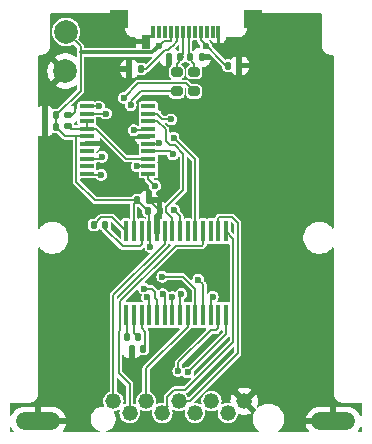
<source format=gbr>
%TF.GenerationSoftware,KiCad,Pcbnew,8.0.3*%
%TF.CreationDate,2024-07-15T16:50:19+10:00*%
%TF.ProjectId,DB9 Serial Expansion Card Rev2,44423920-5365-4726-9961-6c2045787061,rev?*%
%TF.SameCoordinates,Original*%
%TF.FileFunction,Copper,L1,Top*%
%TF.FilePolarity,Positive*%
%FSLAX46Y46*%
G04 Gerber Fmt 4.6, Leading zero omitted, Abs format (unit mm)*
G04 Created by KiCad (PCBNEW 8.0.3) date 2024-07-15 16:50:19*
%MOMM*%
%LPD*%
G01*
G04 APERTURE LIST*
G04 Aperture macros list*
%AMRoundRect*
0 Rectangle with rounded corners*
0 $1 Rounding radius*
0 $2 $3 $4 $5 $6 $7 $8 $9 X,Y pos of 4 corners*
0 Add a 4 corners polygon primitive as box body*
4,1,4,$2,$3,$4,$5,$6,$7,$8,$9,$2,$3,0*
0 Add four circle primitives for the rounded corners*
1,1,$1+$1,$2,$3*
1,1,$1+$1,$4,$5*
1,1,$1+$1,$6,$7*
1,1,$1+$1,$8,$9*
0 Add four rect primitives between the rounded corners*
20,1,$1+$1,$2,$3,$4,$5,0*
20,1,$1+$1,$4,$5,$6,$7,0*
20,1,$1+$1,$6,$7,$8,$9,0*
20,1,$1+$1,$8,$9,$2,$3,0*%
G04 Aperture macros list end*
%TA.AperFunction,ComponentPad*%
%ADD10C,1.320800*%
%TD*%
%TA.AperFunction,ComponentPad*%
%ADD11O,3.750000X1.500000*%
%TD*%
%TA.AperFunction,SMDPad,CuDef*%
%ADD12R,0.450000X1.800000*%
%TD*%
%TA.AperFunction,SMDPad,CuDef*%
%ADD13RoundRect,0.140000X0.170000X-0.140000X0.170000X0.140000X-0.170000X0.140000X-0.170000X-0.140000X0*%
%TD*%
%TA.AperFunction,SMDPad,CuDef*%
%ADD14RoundRect,0.140000X0.140000X0.170000X-0.140000X0.170000X-0.140000X-0.170000X0.140000X-0.170000X0*%
%TD*%
%TA.AperFunction,SMDPad,CuDef*%
%ADD15RoundRect,0.140000X-0.140000X-0.170000X0.140000X-0.170000X0.140000X0.170000X-0.140000X0.170000X0*%
%TD*%
%TA.AperFunction,SMDPad,CuDef*%
%ADD16C,2.000000*%
%TD*%
%TA.AperFunction,SMDPad,CuDef*%
%ADD17RoundRect,0.200000X-0.275000X0.200000X-0.275000X-0.200000X0.275000X-0.200000X0.275000X0.200000X0*%
%TD*%
%TA.AperFunction,SMDPad,CuDef*%
%ADD18RoundRect,0.200000X0.275000X-0.200000X0.275000X0.200000X-0.275000X0.200000X-0.275000X-0.200000X0*%
%TD*%
%TA.AperFunction,SMDPad,CuDef*%
%ADD19R,1.500000X1.500000*%
%TD*%
%TA.AperFunction,SMDPad,CuDef*%
%ADD20RoundRect,0.135000X0.135000X0.185000X-0.135000X0.185000X-0.135000X-0.185000X0.135000X-0.185000X0*%
%TD*%
%TA.AperFunction,SMDPad,CuDef*%
%ADD21R,0.300000X1.000000*%
%TD*%
%TA.AperFunction,SMDPad,CuDef*%
%ADD22R,0.700000X1.150000*%
%TD*%
%TA.AperFunction,SMDPad,CuDef*%
%ADD23R,1.200000X0.400000*%
%TD*%
%TA.AperFunction,ViaPad*%
%ADD24C,0.600000*%
%TD*%
%TA.AperFunction,Conductor*%
%ADD25C,0.200000*%
%TD*%
%TA.AperFunction,Conductor*%
%ADD26C,0.127000*%
%TD*%
%TA.AperFunction,Conductor*%
%ADD27C,0.300000*%
%TD*%
G04 APERTURE END LIST*
D10*
%TO.P,J1,1,1*%
%TO.N,DCD*%
X226490001Y-105542999D03*
%TO.P,J1,2,2*%
%TO.N,RXD*%
X229260000Y-105542999D03*
%TO.P,J1,3,3*%
%TO.N,TXD*%
X232030000Y-105542999D03*
%TO.P,J1,4,4*%
%TO.N,DTR*%
X234800000Y-105542999D03*
%TO.P,J1,5,5*%
%TO.N,Earth*%
X237569999Y-105542999D03*
%TO.P,J1,6,6*%
%TO.N,DSR*%
X227875002Y-106543000D03*
%TO.P,J1,7,7*%
%TO.N,RTS*%
X230645001Y-106543000D03*
%TO.P,J1,8,8*%
%TO.N,CTS*%
X233415001Y-106543000D03*
%TO.P,J1,9,9*%
%TO.N,RI*%
X236185001Y-106543000D03*
D11*
%TO.P,J1,10,5*%
%TO.N,Earth*%
X245125000Y-107243000D03*
%TO.P,J1,11,5*%
X220135000Y-107243000D03*
%TD*%
D12*
%TO.P,U2,1,T3OUT*%
%TO.N,RTS*%
X236035000Y-91170000D03*
%TO.P,U2,2,T1OUT*%
%TO.N,TXD*%
X235385000Y-91170000D03*
%TO.P,U2,3,T2OUT*%
%TO.N,unconnected-(U2-T2OUT-Pad3)*%
X234735000Y-91170000D03*
%TO.P,U2,4,R2IN*%
%TO.N,DSR*%
X234085000Y-91170000D03*
%TO.P,U2,5,R2OUT*%
%TO.N,USB_~{DSR}*%
X233435000Y-91170000D03*
%TO.P,U2,6,T2IN*%
%TO.N,unconnected-(U2-T2IN-Pad6)*%
X232785000Y-91170000D03*
%TO.P,U2,7,T1IN*%
%TO.N,USB_TXD*%
X232135000Y-91170000D03*
%TO.P,U2,8,R1OUT*%
%TO.N,USB_~{DCD}*%
X231485000Y-91170000D03*
%TO.P,U2,9,R1IN*%
%TO.N,DCD*%
X230835000Y-91170000D03*
%TO.P,U2,10,GND*%
%TO.N,Earth*%
X230185000Y-91170000D03*
%TO.P,U2,11,VCC*%
%TO.N,VCC*%
X229535000Y-91170000D03*
%TO.P,U2,12,C1+*%
%TO.N,Net-(U2-C1+)*%
X228885000Y-91170000D03*
%TO.P,U2,13,V+*%
%TO.N,VCC*%
X228235000Y-91170000D03*
%TO.P,U2,14,C1-*%
%TO.N,Net-(U2-C1-)*%
X227585000Y-91170000D03*
%TO.P,U2,15,C2+*%
%TO.N,Net-(U2-C2+)*%
X227585000Y-98270000D03*
%TO.P,U2,16,C2-*%
%TO.N,Net-(U2-C2-)*%
X228235000Y-98270000D03*
%TO.P,U2,17,V-*%
%TO.N,Net-(U2-V-)*%
X228885000Y-98270000D03*
%TO.P,U2,18,R5IN*%
%TO.N,RI*%
X229535000Y-98270000D03*
%TO.P,U2,19,R5OUT*%
%TO.N,USB_~{RI}*%
X230185000Y-98270000D03*
%TO.P,U2,20,T3IN*%
%TO.N,USB_~{RTS}*%
X230835000Y-98270000D03*
%TO.P,U2,21,T4IN*%
%TO.N,USB_~{DTR}*%
X231485000Y-98270000D03*
%TO.P,U2,22,R4OUT*%
%TO.N,USB_RXD*%
X232135000Y-98270000D03*
%TO.P,U2,23,R4IN*%
%TO.N,RXD*%
X232785000Y-98270000D03*
%TO.P,U2,24,EN*%
%TO.N,VCC*%
X233435000Y-98270000D03*
%TO.P,U2,25,~{SHUTDOWN_(}SD)*%
%TO.N,SLEEP#*%
X234085000Y-98270000D03*
%TO.P,U2,26,R3OUT*%
%TO.N,USB_~{CTS}*%
X234735000Y-98270000D03*
%TO.P,U2,27,R3IN*%
%TO.N,CTS*%
X235385000Y-98270000D03*
%TO.P,U2,28,T4OUT*%
%TO.N,DTR*%
X236035000Y-98270000D03*
%TD*%
D13*
%TO.P,C6,1*%
%TO.N,3V3OUT*%
X222677500Y-82268000D03*
%TO.P,C6,2*%
%TO.N,Earth*%
X222677500Y-81308000D03*
%TD*%
D14*
%TO.P,C4,1*%
%TO.N,/D+*%
X232150000Y-76410000D03*
%TO.P,C4,2*%
%TO.N,Earth*%
X231190000Y-76410000D03*
%TD*%
D15*
%TO.P,C7,1*%
%TO.N,VCC*%
X229440000Y-89450000D03*
%TO.P,C7,2*%
%TO.N,Earth*%
X230400000Y-89450000D03*
%TD*%
D16*
%TO.P,TP4,1,1*%
%TO.N,Earth*%
X222420000Y-77590000D03*
%TD*%
D17*
%TO.P,R4,1*%
%TO.N,/D-*%
X233330000Y-77665000D03*
%TO.P,R4,2*%
X233330000Y-79315000D03*
%TD*%
D15*
%TO.P,C5,1*%
%TO.N,/D-*%
X233010000Y-76410000D03*
%TO.P,C5,2*%
%TO.N,Earth*%
X233970000Y-76410000D03*
%TD*%
%TO.P,C8,1*%
%TO.N,VCC*%
X228530000Y-88530000D03*
%TO.P,C8,2*%
%TO.N,Earth*%
X229490000Y-88530000D03*
%TD*%
D14*
%TO.P,C9,1*%
%TO.N,Net-(U2-V-)*%
X229010000Y-101130000D03*
%TO.P,C9,2*%
%TO.N,Earth*%
X228050000Y-101130000D03*
%TD*%
D18*
%TO.P,R5,1*%
%TO.N,/D+*%
X231850000Y-79315000D03*
%TO.P,R5,2*%
X231850000Y-77665000D03*
%TD*%
D14*
%TO.P,C11,1*%
%TO.N,Net-(U2-C2-)*%
X228590000Y-100140000D03*
%TO.P,C11,2*%
%TO.N,Net-(U2-C2+)*%
X227630000Y-100140000D03*
%TD*%
D19*
%TO.P,TP3,1*%
%TO.N,Earth*%
X238340000Y-73210000D03*
%TD*%
%TO.P,TP1,1*%
%TO.N,Earth*%
X226940000Y-73210000D03*
%TD*%
D20*
%TO.P,R1,1*%
%TO.N,Net-(P1-CC)*%
X228870000Y-77390000D03*
%TO.P,R1,2*%
%TO.N,Earth*%
X227850000Y-77390000D03*
%TD*%
D21*
%TO.P,P1,A1,GND*%
%TO.N,Earth*%
X229890000Y-74250000D03*
%TO.P,P1,A2*%
%TO.N,N/C*%
X230390000Y-74250000D03*
%TO.P,P1,A3*%
X230890000Y-74250000D03*
%TO.P,P1,A4,VBUS*%
%TO.N,VCC*%
X231390000Y-74250000D03*
%TO.P,P1,A5,CC*%
%TO.N,Net-(P1-CC)*%
X231890000Y-74250000D03*
%TO.P,P1,A6,D+*%
%TO.N,/D+*%
X232390000Y-74250000D03*
%TO.P,P1,A7,D-*%
%TO.N,/D-*%
X232890000Y-74250000D03*
%TO.P,P1,A8*%
%TO.N,N/C*%
X233390000Y-74250000D03*
%TO.P,P1,A9,VBUS*%
%TO.N,VCC*%
X233890000Y-74250000D03*
%TO.P,P1,A10*%
%TO.N,N/C*%
X234390000Y-74250000D03*
%TO.P,P1,A11*%
X234890000Y-74250000D03*
%TO.P,P1,A12,GND*%
%TO.N,Earth*%
X235390000Y-74250000D03*
D22*
%TO.P,P1,S1,SHIELD*%
X229220000Y-75090000D03*
%TD*%
D14*
%TO.P,C10,1*%
%TO.N,Net-(U2-C1+)*%
X225810000Y-90590000D03*
%TO.P,C10,2*%
%TO.N,Net-(U2-C1-)*%
X224850000Y-90590000D03*
%TD*%
D23*
%TO.P,U1,1,~{DTR}*%
%TO.N,USB_~{DTR}*%
X229450000Y-86275000D03*
%TO.P,U1,2,~{RTS}*%
%TO.N,USB_~{RTS}*%
X229450000Y-85640000D03*
%TO.P,U1,3,VCCIO*%
%TO.N,3V3OUT*%
X229450000Y-85005000D03*
%TO.P,U1,4,RXD*%
%TO.N,USB_RXD*%
X229450000Y-84370000D03*
%TO.P,U1,5,~{RI}*%
%TO.N,USB_~{RI}*%
X229450000Y-83735000D03*
%TO.P,U1,6,GND*%
%TO.N,Earth*%
X229450000Y-83100000D03*
%TO.P,U1,7,~{DSR}*%
%TO.N,USB_~{DSR}*%
X229450000Y-82465000D03*
%TO.P,U1,8,~{DCD}*%
%TO.N,USB_~{DCD}*%
X229450000Y-81830000D03*
%TO.P,U1,9,~{CTS}*%
%TO.N,USB_~{CTS}*%
X229450000Y-81195000D03*
%TO.P,U1,10,CBUS2*%
%TO.N,unconnected-(U1-CBUS2-Pad10)*%
X229450000Y-80560000D03*
%TO.P,U1,11,USBDP*%
%TO.N,/D+*%
X224250000Y-80560000D03*
%TO.P,U1,12,USBDM*%
%TO.N,/D-*%
X224250000Y-81195000D03*
%TO.P,U1,13,3V3OUT*%
%TO.N,3V3OUT*%
X224250000Y-81830000D03*
%TO.P,U1,14,~{RESET}*%
X224250000Y-82465000D03*
%TO.P,U1,15,VCC*%
%TO.N,VCC*%
X224250000Y-83100000D03*
%TO.P,U1,16,GND*%
%TO.N,Earth*%
X224250000Y-83735000D03*
%TO.P,U1,17,CBUS1*%
%TO.N,unconnected-(U1-CBUS1-Pad17)*%
X224250000Y-84370000D03*
%TO.P,U1,18,CBUS0*%
%TO.N,SLEEP#*%
X224250000Y-85005000D03*
%TO.P,U1,19,CBUS3*%
%TO.N,unconnected-(U1-CBUS3-Pad19)*%
X224250000Y-85640000D03*
%TO.P,U1,20,TXD*%
%TO.N,USB_TXD*%
X224250000Y-86275000D03*
%TD*%
D15*
%TO.P,C3,1*%
%TO.N,VCC*%
X236200000Y-77120000D03*
%TO.P,C3,2*%
%TO.N,Earth*%
X237160000Y-77120000D03*
%TD*%
D14*
%TO.P,C2,1*%
%TO.N,VCC*%
X221630000Y-81330500D03*
%TO.P,C2,2*%
%TO.N,Earth*%
X220670000Y-81330500D03*
%TD*%
%TO.P,C1,1*%
%TO.N,VCC*%
X221630000Y-82320500D03*
%TO.P,C1,2*%
%TO.N,Earth*%
X220670000Y-82320500D03*
%TD*%
D16*
%TO.P,TP1,1,1*%
%TO.N,VCC*%
X222490000Y-74280000D03*
%TD*%
D24*
%TO.N,Earth*%
X228092000Y-102362000D03*
X222758000Y-106172000D03*
X226822000Y-86360000D03*
%TO.N,VCC*%
X230632000Y-94996000D03*
X230330000Y-75480000D03*
X229616000Y-92456000D03*
X234375000Y-75485000D03*
%TO.N,/D+*%
X227960521Y-80470521D03*
X225263628Y-80584455D03*
%TO.N,/D-*%
X227359479Y-79869479D03*
X225864670Y-81185497D03*
%TO.N,SLEEP#*%
X233680000Y-95250000D03*
X225552000Y-84836000D03*
%TO.N,USB_~{DSR}*%
X228210000Y-82590000D03*
X231586025Y-83223976D03*
%TO.N,CTS*%
X232000000Y-102990000D03*
%TO.N,USB_~{CTS}*%
X234900000Y-96710000D03*
X231404738Y-81685000D03*
%TO.N,USB_~{DTR}*%
X230020000Y-87310000D03*
X231465009Y-96750824D03*
%TO.N,DTR*%
X232805380Y-103104620D03*
%TO.N,USB_~{RI}*%
X229060000Y-96000000D03*
X230362299Y-83720000D03*
%TO.N,USB_RXD*%
X232260000Y-96450000D03*
X231530799Y-84653676D03*
%TO.N,USB_~{RTS}*%
X230654998Y-96493171D03*
X228509197Y-85655000D03*
%TO.N,USB_TXD*%
X231610000Y-89340000D03*
X225450000Y-86380000D03*
%TO.N,RI*%
X229354998Y-96754485D03*
%TD*%
D25*
%TO.N,Earth*%
X229490000Y-88530000D02*
X229490000Y-88540000D01*
X222677500Y-81308000D02*
X222987499Y-81308000D01*
X222987499Y-81308000D02*
X223266000Y-81029499D01*
D26*
X229220000Y-75090000D02*
X229220000Y-75076909D01*
D25*
X223266000Y-81029499D02*
X223266000Y-80264000D01*
X230185000Y-91170000D02*
X230185000Y-89665000D01*
D26*
X229220000Y-75076909D02*
X229968455Y-74328454D01*
D25*
X230185000Y-89665000D02*
X230400000Y-89450000D01*
X229490000Y-88540000D02*
X230400000Y-89450000D01*
%TO.N,VCC*%
X231340000Y-75050000D02*
X230760000Y-75050000D01*
X233890000Y-75000000D02*
X236010000Y-77120000D01*
X232399769Y-94996000D02*
X230632000Y-94996000D01*
X231390000Y-75000000D02*
X231340000Y-75050000D01*
X223720000Y-75510000D02*
X223720000Y-79240500D01*
X224928000Y-88530000D02*
X228530000Y-88530000D01*
X222409500Y-83100000D02*
X221630000Y-82320500D01*
X222490000Y-74280000D02*
X223720000Y-75510000D01*
X230760000Y-75050000D02*
X230330000Y-75480000D01*
X223450000Y-83100000D02*
X223350000Y-83200000D01*
X229535000Y-89545000D02*
X229440000Y-89450000D01*
X233890000Y-74250000D02*
X233890000Y-75000000D01*
X231390000Y-74250000D02*
X231390000Y-75000000D01*
X229616000Y-92456000D02*
X229616000Y-91251000D01*
X233435000Y-98270000D02*
X233435000Y-96031231D01*
X229616000Y-91251000D02*
X229535000Y-91170000D01*
X221630000Y-81330500D02*
X221630000Y-82320500D01*
X233435000Y-96031231D02*
X232399769Y-94996000D01*
X236010000Y-77120000D02*
X236200000Y-77120000D01*
X223350000Y-83200000D02*
X223350000Y-86952000D01*
X224250000Y-83100000D02*
X222409500Y-83100000D01*
X223350000Y-86952000D02*
X224928000Y-88530000D01*
D27*
X229795000Y-76015000D02*
X223775000Y-76015000D01*
D25*
X224250000Y-83100000D02*
X223450000Y-83100000D01*
D27*
X230330000Y-75480000D02*
X229795000Y-76015000D01*
D25*
X228235000Y-91170000D02*
X228235000Y-88825000D01*
X229440000Y-89440000D02*
X228530000Y-88530000D01*
X223720000Y-79240500D02*
X221630000Y-81330500D01*
X228235000Y-88825000D02*
X228530000Y-88530000D01*
X229535000Y-91170000D02*
X229535000Y-89545000D01*
X229440000Y-89450000D02*
X229440000Y-89440000D01*
%TO.N,/D+*%
X231850000Y-76952499D02*
X232365000Y-76437499D01*
X232390000Y-76170000D02*
X232150000Y-76410000D01*
X228833200Y-79315000D02*
X228099100Y-80049100D01*
X231850000Y-79315000D02*
X228833200Y-79315000D01*
X232365000Y-76437499D02*
X232365000Y-76325496D01*
X224274455Y-80584455D02*
X224250000Y-80560000D01*
X232390000Y-74250000D02*
X232390000Y-76170000D01*
X231850000Y-77665000D02*
X231850000Y-76952499D01*
X228099100Y-80049100D02*
X228099099Y-80049100D01*
X225263628Y-80584455D02*
X224274455Y-80584455D01*
X228099099Y-80049100D02*
X227960521Y-80187678D01*
X227960521Y-80187678D02*
X227960521Y-80470521D01*
%TO.N,/D-*%
X224250000Y-81195000D02*
X224259503Y-81185497D01*
X232815000Y-76437499D02*
X232815000Y-76325496D01*
X232890000Y-76290000D02*
X232890000Y-74250000D01*
X232630000Y-78615000D02*
X228613958Y-78615000D01*
X224259503Y-81185497D02*
X225864670Y-81185497D01*
X228613958Y-78615000D02*
X227359479Y-79869479D01*
X233010000Y-76410000D02*
X232890000Y-76290000D01*
X233330000Y-76952499D02*
X232815000Y-76437499D01*
X233330000Y-77665000D02*
X233330000Y-76952499D01*
X233330000Y-79315000D02*
X232630000Y-78615000D01*
%TO.N,3V3OUT*%
X222874500Y-82465000D02*
X222677500Y-82268000D01*
X229450000Y-85005000D02*
X227555000Y-85005000D01*
X227555000Y-85005000D02*
X225015000Y-82465000D01*
X225015000Y-82465000D02*
X224250000Y-82465000D01*
X224250000Y-82465000D02*
X222874500Y-82465000D01*
X224250000Y-81830000D02*
X224250000Y-82465000D01*
%TO.N,Net-(U2-V-)*%
X229170000Y-99670000D02*
X229170000Y-100970000D01*
X228885000Y-99385000D02*
X229170000Y-99670000D01*
X228885000Y-98270000D02*
X228885000Y-99385000D01*
X229170000Y-100970000D02*
X229010000Y-101130000D01*
%TO.N,Net-(U2-C1+)*%
X228885000Y-91170000D02*
X228885000Y-92270000D01*
X227290000Y-92430000D02*
X225810000Y-90950000D01*
X228885000Y-92270000D02*
X228725000Y-92430000D01*
X228725000Y-92430000D02*
X227290000Y-92430000D01*
X225810000Y-90950000D02*
X225810000Y-90590000D01*
%TO.N,Net-(U2-C1-)*%
X226395000Y-89980000D02*
X225460000Y-89980000D01*
X227585000Y-91170000D02*
X226395000Y-89980000D01*
X225460000Y-89980000D02*
X224850000Y-90590000D01*
%TO.N,Net-(U2-C2+)*%
X227630000Y-98315000D02*
X227585000Y-98270000D01*
X227630000Y-100140000D02*
X227630000Y-98315000D01*
%TO.N,Net-(U2-C2-)*%
X228235000Y-99785000D02*
X228235000Y-98270000D01*
X228590000Y-100140000D02*
X228235000Y-99785000D01*
%TO.N,SLEEP#*%
X234085000Y-95655000D02*
X233680000Y-95250000D01*
X234085000Y-98270000D02*
X234085000Y-95655000D01*
X225552000Y-84836000D02*
X225383000Y-85005000D01*
X225383000Y-85005000D02*
X224250000Y-85005000D01*
%TO.N,USB_~{DSR}*%
X233435000Y-91170000D02*
X233435000Y-85072951D01*
X229325000Y-82590000D02*
X229450000Y-82465000D01*
X233435000Y-85072951D02*
X231586025Y-83223976D01*
X228210000Y-82590000D02*
X229325000Y-82590000D01*
%TO.N,CTS*%
X234730000Y-99530000D02*
X232000000Y-102260000D01*
X235385000Y-98270000D02*
X235385000Y-99370000D01*
X235385000Y-99370000D02*
X235225000Y-99530000D01*
X235225000Y-99530000D02*
X234730000Y-99530000D01*
X232000000Y-102260000D02*
X232000000Y-102990000D01*
%TO.N,USB_~{CTS}*%
X234735000Y-98270000D02*
X234735000Y-96875000D01*
X231276989Y-81557251D02*
X231404738Y-81685000D01*
X230250000Y-81284239D02*
X230630761Y-81665000D01*
X229450000Y-81195000D02*
X230250000Y-81195000D01*
X234735000Y-96875000D02*
X234900000Y-96710000D01*
X230250000Y-81195000D02*
X230250000Y-81284239D01*
X230630761Y-81665000D02*
X231169239Y-81665000D01*
X231169239Y-81665000D02*
X231276989Y-81557251D01*
%TO.N,USB_~{DTR}*%
X229450000Y-86740000D02*
X230020000Y-87310000D01*
X229450000Y-86275000D02*
X229450000Y-86740000D01*
X231485000Y-98270000D02*
X231485000Y-96770815D01*
X231485000Y-96770815D02*
X231465009Y-96750824D01*
%TO.N,DTR*%
X236035000Y-99875000D02*
X232805380Y-103104620D01*
X236035000Y-98270000D02*
X236035000Y-99875000D01*
%TO.N,USB_~{RI}*%
X230185000Y-98270000D02*
X230185000Y-96942412D01*
X229450000Y-83735000D02*
X230347299Y-83735000D01*
X230004998Y-96762410D02*
X230004998Y-96276469D01*
X229728529Y-96000000D02*
X229060000Y-96000000D01*
X230347299Y-83735000D02*
X230362299Y-83720000D01*
X230004998Y-96276469D02*
X229728529Y-96000000D01*
X230185000Y-96942412D02*
X230004998Y-96762410D01*
%TO.N,USB_RXD*%
X232135000Y-96575000D02*
X232260000Y-96450000D01*
X231247123Y-84370000D02*
X231530799Y-84653676D01*
X229450000Y-84370000D02*
X231247123Y-84370000D01*
X232135000Y-98270000D02*
X232135000Y-96575000D01*
%TO.N,USB_~{RTS}*%
X230835000Y-96673173D02*
X230654998Y-96493171D01*
X229450000Y-85640000D02*
X228524197Y-85640000D01*
X230835000Y-98270000D02*
X230835000Y-96673173D01*
X228524197Y-85640000D02*
X228509197Y-85655000D01*
%TO.N,USB_~{DCD}*%
X231670339Y-83873976D02*
X232407544Y-84611181D01*
X229450000Y-81830000D02*
X230230075Y-81830000D01*
X230980000Y-89565000D02*
X231485000Y-90070000D01*
X230230075Y-81830000D02*
X230936025Y-82535950D01*
X232407544Y-84611181D02*
X232407544Y-87666322D01*
X231316786Y-83873976D02*
X231670339Y-83873976D01*
X230980000Y-89093866D02*
X230980000Y-89565000D01*
X230936025Y-83493215D02*
X231316786Y-83873976D01*
X232407544Y-87666322D02*
X230980000Y-89093866D01*
X230936025Y-82535950D02*
X230936025Y-83493215D01*
X231485000Y-90070000D02*
X231485000Y-91170000D01*
%TO.N,RTS*%
X231144015Y-106015224D02*
X231069600Y-105940810D01*
X236640000Y-91775000D02*
X236035000Y-91170000D01*
X230645001Y-106514238D02*
X231144015Y-106015224D01*
X231632189Y-104582599D02*
X232576640Y-104582599D01*
X230645001Y-106543000D02*
X230645001Y-106514238D01*
X231069600Y-105940810D02*
X231069600Y-105145188D01*
X236640000Y-100519239D02*
X236640000Y-91775000D01*
X231069600Y-105145188D02*
X231632189Y-104582599D01*
X232576640Y-104582599D02*
X236640000Y-100519239D01*
%TO.N,DSR*%
X226950000Y-99649996D02*
X227060000Y-99539996D01*
X227060000Y-99539996D02*
X227060000Y-97100000D01*
X227875002Y-106543000D02*
X227875002Y-104115002D01*
X226950000Y-103190000D02*
X226950000Y-99649996D01*
X233960000Y-92370000D02*
X234085000Y-92245000D01*
X234085000Y-92245000D02*
X234085000Y-91170000D01*
X227875002Y-104115002D02*
X226950000Y-103190000D01*
X227060000Y-97100000D02*
X231790000Y-92370000D01*
X231790000Y-92370000D02*
X233960000Y-92370000D01*
%TO.N,USB_TXD*%
X224355000Y-86380000D02*
X224250000Y-86275000D01*
X232135000Y-89865000D02*
X231610000Y-89340000D01*
X232135000Y-91170000D02*
X232135000Y-89865000D01*
X225450000Y-86380000D02*
X224355000Y-86380000D01*
%TO.N,DCD*%
X230835000Y-92245000D02*
X230835000Y-91170000D01*
X226490001Y-96589999D02*
X230835000Y-92245000D01*
X226490001Y-105542999D02*
X226490001Y-96589999D01*
%TO.N,RXD*%
X232785000Y-99230076D02*
X232785000Y-98270000D01*
X229260000Y-102755076D02*
X232785000Y-99230076D01*
X229260000Y-105542999D02*
X229260000Y-102755076D01*
%TO.N,RI*%
X229535000Y-98270000D02*
X229535000Y-96934487D01*
X229535000Y-96934487D02*
X229354998Y-96754485D01*
%TO.N,TXD*%
X236560000Y-89970000D02*
X235485000Y-89970000D01*
X235485000Y-89970000D02*
X235385000Y-90070000D01*
X237040000Y-101466945D02*
X237040000Y-90450000D01*
X237040000Y-90450000D02*
X236560000Y-89970000D01*
X235385000Y-90070000D02*
X235385000Y-91170000D01*
X232030000Y-105542999D02*
X232963946Y-105542999D01*
X232963946Y-105542999D02*
X237040000Y-101466945D01*
%TO.N,Net-(P1-CC)*%
X231890000Y-74250000D02*
X231890000Y-75065686D01*
X229273866Y-77390000D02*
X228870000Y-77390000D01*
X231890000Y-75065686D02*
X231505686Y-75450000D01*
X230863866Y-75800000D02*
X229273866Y-77390000D01*
X231440000Y-75450000D02*
X231090000Y-75800000D01*
X231505686Y-75450000D02*
X231440000Y-75450000D01*
X231090000Y-75800000D02*
X230863866Y-75800000D01*
%TD*%
%TA.AperFunction,Conductor*%
%TO.N,Earth*%
G36*
X227421194Y-72728806D02*
G01*
X227439500Y-72773000D01*
X227439500Y-73988842D01*
X227470262Y-74143495D01*
X227530606Y-74289180D01*
X227618210Y-74420288D01*
X227729711Y-74531789D01*
X227860819Y-74619393D01*
X227860820Y-74619393D01*
X227860821Y-74619394D01*
X228006503Y-74679737D01*
X228161158Y-74710500D01*
X228307500Y-74710500D01*
X228351694Y-74728806D01*
X228370000Y-74773000D01*
X228370000Y-74840000D01*
X229407500Y-74840000D01*
X229451694Y-74858306D01*
X229470000Y-74902500D01*
X229470000Y-75277500D01*
X229451694Y-75321694D01*
X229407500Y-75340000D01*
X228370000Y-75340000D01*
X228370000Y-75602000D01*
X228351694Y-75646194D01*
X228307500Y-75664500D01*
X224083000Y-75664500D01*
X224038806Y-75646194D01*
X224020500Y-75602000D01*
X224020500Y-75470439D01*
X224020498Y-75470431D01*
X224000023Y-75394015D01*
X224000019Y-75394006D01*
X223960462Y-75325492D01*
X223960455Y-75325483D01*
X223558358Y-74923387D01*
X223540052Y-74879193D01*
X223546605Y-74851334D01*
X223614226Y-74715535D01*
X223614226Y-74715533D01*
X223614229Y-74715528D01*
X223675115Y-74501536D01*
X223681263Y-74435190D01*
X223695643Y-74280004D01*
X223695643Y-74279995D01*
X223675116Y-74058471D01*
X223675114Y-74058459D01*
X223632873Y-73910000D01*
X223614229Y-73844472D01*
X223515058Y-73645311D01*
X223515055Y-73645307D01*
X223515054Y-73645305D01*
X223380989Y-73467773D01*
X223380984Y-73467768D01*
X223380981Y-73467764D01*
X223277834Y-73373733D01*
X223216566Y-73317879D01*
X223216563Y-73317877D01*
X223216562Y-73317876D01*
X223027401Y-73200753D01*
X223027399Y-73200752D01*
X222950138Y-73170821D01*
X222819940Y-73120382D01*
X222819937Y-73120381D01*
X222819936Y-73120381D01*
X222601247Y-73079500D01*
X222601243Y-73079500D01*
X222378757Y-73079500D01*
X222378752Y-73079500D01*
X222160063Y-73120381D01*
X221952600Y-73200752D01*
X221763433Y-73317879D01*
X221599017Y-73467766D01*
X221599010Y-73467773D01*
X221464945Y-73645305D01*
X221464942Y-73645311D01*
X221365771Y-73844471D01*
X221304885Y-74058459D01*
X221304883Y-74058471D01*
X221284357Y-74279995D01*
X221284357Y-74280004D01*
X221304883Y-74501528D01*
X221304885Y-74501540D01*
X221364340Y-74710499D01*
X221365771Y-74715528D01*
X221464942Y-74914689D01*
X221464943Y-74914690D01*
X221464945Y-74914694D01*
X221599010Y-75092226D01*
X221599015Y-75092231D01*
X221599019Y-75092236D01*
X221684298Y-75169978D01*
X221763433Y-75242120D01*
X221763434Y-75242121D01*
X221763438Y-75242124D01*
X221952599Y-75359247D01*
X222160060Y-75439618D01*
X222378757Y-75480500D01*
X222378760Y-75480500D01*
X222601240Y-75480500D01*
X222601243Y-75480500D01*
X222819940Y-75439618D01*
X223027401Y-75359247D01*
X223057493Y-75340614D01*
X223104702Y-75332913D01*
X223134588Y-75349559D01*
X223401194Y-75616165D01*
X223419500Y-75660359D01*
X223419500Y-76339294D01*
X223401194Y-76383488D01*
X223357000Y-76401794D01*
X223318612Y-76388615D01*
X223243235Y-76329946D01*
X223243228Y-76329942D01*
X223024614Y-76211635D01*
X223024607Y-76211632D01*
X222789490Y-76130916D01*
X222544291Y-76090000D01*
X222295709Y-76090000D01*
X222050509Y-76130916D01*
X221815392Y-76211632D01*
X221815385Y-76211635D01*
X221596767Y-76329944D01*
X221549942Y-76366389D01*
X222729358Y-77545805D01*
X222747664Y-77589999D01*
X222729358Y-77634193D01*
X221549941Y-78813609D01*
X221596771Y-78850057D01*
X221815385Y-78968364D01*
X221815392Y-78968367D01*
X222050509Y-79049083D01*
X222295709Y-79090000D01*
X222544291Y-79090000D01*
X222789490Y-79049083D01*
X223024607Y-78968367D01*
X223024614Y-78968364D01*
X223243232Y-78850055D01*
X223318611Y-78791385D01*
X223364730Y-78778686D01*
X223406321Y-78802317D01*
X223419500Y-78840706D01*
X223419500Y-79090140D01*
X223401194Y-79134334D01*
X221733833Y-80801694D01*
X221689639Y-80820000D01*
X221450108Y-80820000D01*
X221450105Y-80820000D01*
X221450100Y-80820001D01*
X221400513Y-80826528D01*
X221400511Y-80826528D01*
X221400182Y-80826572D01*
X221353977Y-80814189D01*
X221338230Y-80796421D01*
X221319720Y-80765122D01*
X221205377Y-80650779D01*
X221066197Y-80568469D01*
X221066196Y-80568468D01*
X220920000Y-80525993D01*
X220920000Y-83125005D01*
X221066196Y-83082531D01*
X221066197Y-83082530D01*
X221205377Y-83000220D01*
X221205379Y-83000219D01*
X221319719Y-82885879D01*
X221319720Y-82885877D01*
X221338228Y-82854580D01*
X221376480Y-82825857D01*
X221400183Y-82824428D01*
X221400511Y-82824471D01*
X221400513Y-82824472D01*
X221450099Y-82831000D01*
X221689640Y-82830999D01*
X221733834Y-82849305D01*
X222169040Y-83284511D01*
X222224989Y-83340460D01*
X222293511Y-83380021D01*
X222316896Y-83386287D01*
X222369932Y-83400499D01*
X222369938Y-83400500D01*
X222987000Y-83400500D01*
X223031194Y-83418806D01*
X223049500Y-83463000D01*
X223049500Y-86991567D01*
X223069978Y-87067986D01*
X223069978Y-87067988D01*
X223109541Y-87136512D01*
X223109544Y-87136516D01*
X224687540Y-88714511D01*
X224743489Y-88770460D01*
X224812011Y-88810021D01*
X224835396Y-88816287D01*
X224888432Y-88830499D01*
X224888438Y-88830500D01*
X224967562Y-88830500D01*
X227872000Y-88830500D01*
X227916194Y-88848806D01*
X227934500Y-88893000D01*
X227934500Y-90014180D01*
X227916194Y-90058374D01*
X227872000Y-90076680D01*
X227859807Y-90075479D01*
X227829748Y-90069500D01*
X227340252Y-90069500D01*
X227281769Y-90081132D01*
X227281767Y-90081133D01*
X227215447Y-90125447D01*
X227171133Y-90191767D01*
X227171130Y-90191774D01*
X227170815Y-90193361D01*
X227169917Y-90194703D01*
X227168778Y-90197455D01*
X227168230Y-90197228D01*
X227144234Y-90233131D01*
X227097316Y-90242456D01*
X227065324Y-90225353D01*
X226579516Y-89739544D01*
X226579512Y-89739541D01*
X226579511Y-89739540D01*
X226510989Y-89699979D01*
X226510988Y-89699978D01*
X226510987Y-89699978D01*
X226434567Y-89679500D01*
X226434562Y-89679500D01*
X225420438Y-89679500D01*
X225420432Y-89679500D01*
X225344013Y-89699978D01*
X225344011Y-89699978D01*
X225275487Y-89739541D01*
X224953833Y-90061194D01*
X224909639Y-90079500D01*
X224670108Y-90079500D01*
X224670106Y-90079500D01*
X224670100Y-90079501D01*
X224620513Y-90086028D01*
X224620511Y-90086028D01*
X224620510Y-90086029D01*
X224511681Y-90136777D01*
X224426777Y-90221681D01*
X224376027Y-90330513D01*
X224369500Y-90380092D01*
X224369500Y-90799891D01*
X224369500Y-90799892D01*
X224369501Y-90799900D01*
X224376028Y-90849487D01*
X224409642Y-90921571D01*
X224426777Y-90958318D01*
X224511681Y-91043222D01*
X224511682Y-91043222D01*
X224511684Y-91043224D01*
X224620513Y-91093972D01*
X224670099Y-91100500D01*
X225029900Y-91100499D01*
X225079487Y-91093972D01*
X225188316Y-91043224D01*
X225273224Y-90958316D01*
X225273356Y-90958031D01*
X225273542Y-90957860D01*
X225276357Y-90953841D01*
X225277248Y-90954465D01*
X225308624Y-90925715D01*
X225356414Y-90927802D01*
X225382943Y-90954331D01*
X225383643Y-90953841D01*
X225386420Y-90957808D01*
X225386644Y-90958032D01*
X225386777Y-90958318D01*
X225471681Y-91043222D01*
X225471682Y-91043222D01*
X225471684Y-91043224D01*
X225500751Y-91056778D01*
X225515609Y-91063707D01*
X225543319Y-91089096D01*
X225549901Y-91100494D01*
X225549902Y-91100500D01*
X225549904Y-91100500D01*
X225569540Y-91134511D01*
X227049540Y-92614511D01*
X227105489Y-92670460D01*
X227174011Y-92710021D01*
X227197396Y-92716287D01*
X227250432Y-92730499D01*
X227250438Y-92730500D01*
X228764562Y-92730500D01*
X228764567Y-92730499D01*
X228787271Y-92724414D01*
X228840989Y-92710021D01*
X228909511Y-92670460D01*
X228965460Y-92614511D01*
X229023776Y-92556193D01*
X229067968Y-92537888D01*
X229112162Y-92556193D01*
X229129832Y-92591491D01*
X229130832Y-92598450D01*
X229130834Y-92598456D01*
X229190622Y-92729372D01*
X229190623Y-92729374D01*
X229199921Y-92740104D01*
X229284872Y-92838143D01*
X229405947Y-92915953D01*
X229405949Y-92915953D01*
X229405950Y-92915954D01*
X229544036Y-92956499D01*
X229544038Y-92956500D01*
X229547640Y-92956500D01*
X229591834Y-92974806D01*
X229610140Y-93019000D01*
X229591834Y-93063194D01*
X227939051Y-94715978D01*
X226305490Y-96349539D01*
X226283118Y-96371911D01*
X226249542Y-96405486D01*
X226209979Y-96474010D01*
X226209979Y-96474012D01*
X226189501Y-96550431D01*
X226189501Y-104693829D01*
X226171195Y-104738023D01*
X226152423Y-104750925D01*
X226057178Y-104793332D01*
X226057175Y-104793333D01*
X225910772Y-104899701D01*
X225910772Y-104899702D01*
X225789681Y-105034188D01*
X225749667Y-105103495D01*
X225700045Y-105189445D01*
X225699196Y-105190915D01*
X225643275Y-105363019D01*
X225624359Y-105542999D01*
X225643275Y-105722978D01*
X225699196Y-105895082D01*
X225699198Y-105895087D01*
X225701256Y-105898652D01*
X225707499Y-105946076D01*
X225678379Y-105984027D01*
X225647129Y-105992400D01*
X225526517Y-105992400D01*
X225323544Y-106032773D01*
X225132348Y-106111969D01*
X225132344Y-106111972D01*
X224960274Y-106226945D01*
X224813937Y-106373282D01*
X224698964Y-106545352D01*
X224698961Y-106545356D01*
X224619765Y-106736552D01*
X224579392Y-106939524D01*
X224579392Y-107146475D01*
X224619765Y-107349447D01*
X224698961Y-107540643D01*
X224698962Y-107540645D01*
X224698963Y-107540646D01*
X224705218Y-107550007D01*
X224812184Y-107710094D01*
X224813938Y-107712718D01*
X224960274Y-107859054D01*
X225132346Y-107974029D01*
X225132347Y-107974029D01*
X225132348Y-107974030D01*
X225314041Y-108049290D01*
X225347866Y-108083114D01*
X225347865Y-108130950D01*
X225314041Y-108164775D01*
X225290123Y-108169532D01*
X222252123Y-108169532D01*
X222207929Y-108151226D01*
X222189623Y-108107032D01*
X222207929Y-108062838D01*
X222213439Y-108057327D01*
X222213446Y-108057319D01*
X222329094Y-107898145D01*
X222418416Y-107722839D01*
X222418420Y-107722831D01*
X222479219Y-107535712D01*
X222479221Y-107535703D01*
X222485985Y-107493000D01*
X221693012Y-107493000D01*
X221725925Y-107435993D01*
X221760000Y-107308826D01*
X221760000Y-107177174D01*
X221725925Y-107050007D01*
X221693012Y-106993000D01*
X222485985Y-106993000D01*
X222485985Y-106992999D01*
X222479221Y-106950296D01*
X222479219Y-106950287D01*
X222418420Y-106763168D01*
X222418416Y-106763160D01*
X222329094Y-106587854D01*
X222213446Y-106428680D01*
X222213439Y-106428672D01*
X222074327Y-106289560D01*
X222074319Y-106289553D01*
X221915145Y-106173905D01*
X221739839Y-106084583D01*
X221739831Y-106084579D01*
X221552707Y-106023778D01*
X221358390Y-105993001D01*
X221358375Y-105993000D01*
X220385000Y-105993000D01*
X220385000Y-106743000D01*
X219885000Y-106743000D01*
X219885000Y-105993000D01*
X218911625Y-105993000D01*
X218911609Y-105993001D01*
X218717293Y-106023778D01*
X218717292Y-106023778D01*
X218530168Y-106084579D01*
X218530160Y-106084583D01*
X218354854Y-106173905D01*
X218195680Y-106289553D01*
X218195672Y-106289560D01*
X218056560Y-106428672D01*
X218056553Y-106428680D01*
X217940905Y-106587854D01*
X217863688Y-106739403D01*
X217827314Y-106770470D01*
X217779626Y-106766717D01*
X217748559Y-106730343D01*
X217745500Y-106711029D01*
X217745500Y-105733000D01*
X217763806Y-105688806D01*
X217808000Y-105670500D01*
X219418842Y-105670500D01*
X219573497Y-105639737D01*
X219719179Y-105579394D01*
X219850289Y-105491789D01*
X219961789Y-105380289D01*
X220049394Y-105249179D01*
X220109737Y-105103497D01*
X220140500Y-104948842D01*
X220140500Y-104870000D01*
X220140500Y-104804108D01*
X220140500Y-92548992D01*
X220158806Y-92504798D01*
X220203000Y-92486492D01*
X220247194Y-92504798D01*
X220253558Y-92512249D01*
X220309896Y-92589792D01*
X220309898Y-92589794D01*
X220309902Y-92589799D01*
X220460205Y-92740102D01*
X220632182Y-92865050D01*
X220632184Y-92865051D01*
X220821588Y-92961557D01*
X221023757Y-93027246D01*
X221112244Y-93041261D01*
X221233699Y-93060498D01*
X221233705Y-93060498D01*
X221233713Y-93060500D01*
X221233715Y-93060500D01*
X221446285Y-93060500D01*
X221446287Y-93060500D01*
X221656243Y-93027246D01*
X221858412Y-92961557D01*
X222047816Y-92865051D01*
X222219792Y-92740104D01*
X222370104Y-92589792D01*
X222495051Y-92417816D01*
X222591557Y-92228412D01*
X222657246Y-92026243D01*
X222690500Y-91816287D01*
X222690500Y-91603713D01*
X222657246Y-91393757D01*
X222591557Y-91191588D01*
X222495051Y-91002184D01*
X222463179Y-90958316D01*
X222370102Y-90830205D01*
X222219794Y-90679897D01*
X222047817Y-90554949D01*
X221858418Y-90458446D01*
X221858410Y-90458442D01*
X221656241Y-90392753D01*
X221446300Y-90359501D01*
X221446288Y-90359500D01*
X221446287Y-90359500D01*
X221233713Y-90359500D01*
X221233711Y-90359500D01*
X221233699Y-90359501D01*
X221023759Y-90392753D01*
X221023758Y-90392753D01*
X220821589Y-90458442D01*
X220821581Y-90458446D01*
X220632182Y-90554949D01*
X220460205Y-90679897D01*
X220309902Y-90830200D01*
X220309896Y-90830207D01*
X220309896Y-90830208D01*
X220253562Y-90907744D01*
X220212777Y-90932738D01*
X220166263Y-90921571D01*
X220141269Y-90880784D01*
X220140500Y-90871007D01*
X220140500Y-83113269D01*
X220158806Y-83069075D01*
X220203000Y-83050769D01*
X220234816Y-83059473D01*
X220273804Y-83082532D01*
X220419999Y-83125005D01*
X220420000Y-83125004D01*
X220420000Y-80525994D01*
X220419999Y-80525993D01*
X220273807Y-80568467D01*
X220234815Y-80591527D01*
X220187456Y-80598266D01*
X220149203Y-80569545D01*
X220140500Y-80537730D01*
X220140500Y-77590000D01*
X220914859Y-77590000D01*
X220935387Y-77837738D01*
X220935389Y-77837748D01*
X220996408Y-78078705D01*
X220996413Y-78078720D01*
X221096269Y-78306370D01*
X221096271Y-78306373D01*
X221196563Y-78459881D01*
X221196564Y-78459881D01*
X222066446Y-77589999D01*
X221196564Y-76720117D01*
X221196563Y-76720117D01*
X221096271Y-76873625D01*
X221096269Y-76873629D01*
X220996413Y-77101279D01*
X220996408Y-77101294D01*
X220935389Y-77342251D01*
X220935387Y-77342261D01*
X220914859Y-77590000D01*
X220140500Y-77590000D01*
X220140500Y-76273000D01*
X220158806Y-76228806D01*
X220203000Y-76210500D01*
X220418842Y-76210500D01*
X220573497Y-76179737D01*
X220719179Y-76119394D01*
X220850289Y-76031789D01*
X220961789Y-75920289D01*
X221049394Y-75789179D01*
X221109737Y-75643497D01*
X221140500Y-75488842D01*
X221140500Y-75410000D01*
X221140500Y-75344108D01*
X221140500Y-72773000D01*
X221158806Y-72728806D01*
X221203000Y-72710500D01*
X227377000Y-72710500D01*
X227421194Y-72728806D01*
G37*
%TD.AperFunction*%
%TA.AperFunction,Conductor*%
G36*
X238567114Y-106186562D02*
G01*
X238568758Y-106187113D01*
X238569843Y-106189291D01*
X238570713Y-106190161D01*
X238570421Y-106190452D01*
X238590089Y-106229930D01*
X238578304Y-106271006D01*
X238514200Y-106359237D01*
X238420972Y-106542205D01*
X238420971Y-106542208D01*
X238357515Y-106737506D01*
X238357515Y-106737507D01*
X238325393Y-106940312D01*
X238325392Y-106940328D01*
X238325392Y-107145671D01*
X238325393Y-107145687D01*
X238357515Y-107348492D01*
X238357515Y-107348493D01*
X238420971Y-107543791D01*
X238420972Y-107543794D01*
X238424138Y-107550007D01*
X238514198Y-107726759D01*
X238634899Y-107892890D01*
X238634902Y-107892893D01*
X238634905Y-107892897D01*
X238780094Y-108038086D01*
X238780102Y-108038093D01*
X238805394Y-108056469D01*
X238830388Y-108097255D01*
X238819220Y-108143769D01*
X238778434Y-108168763D01*
X238768657Y-108169532D01*
X225969861Y-108169532D01*
X225925667Y-108151226D01*
X225907361Y-108107032D01*
X225925667Y-108062838D01*
X225945943Y-108049290D01*
X225972992Y-108038086D01*
X226127638Y-107974029D01*
X226299710Y-107859054D01*
X226446046Y-107712718D01*
X226561021Y-107540646D01*
X226640218Y-107349449D01*
X226680592Y-107146475D01*
X226680592Y-106939525D01*
X226640218Y-106736551D01*
X226561021Y-106545354D01*
X226531465Y-106501121D01*
X226522134Y-106454206D01*
X226548710Y-106414432D01*
X226577382Y-106405734D01*
X226577226Y-106404242D01*
X226580481Y-106403899D01*
X226580485Y-106403899D01*
X226757499Y-106366273D01*
X226922822Y-106292667D01*
X226931185Y-106286590D01*
X226935167Y-106283698D01*
X226981680Y-106272529D01*
X227022467Y-106297522D01*
X227033636Y-106344035D01*
X227031346Y-106353572D01*
X227028277Y-106363017D01*
X227028277Y-106363020D01*
X227028276Y-106363023D01*
X227011660Y-106521113D01*
X227009360Y-106543000D01*
X227028276Y-106722979D01*
X227059506Y-106819092D01*
X227084199Y-106895088D01*
X227174683Y-107051812D01*
X227259194Y-107145671D01*
X227295773Y-107186296D01*
X227295773Y-107186297D01*
X227442175Y-107292664D01*
X227442181Y-107292668D01*
X227607504Y-107366274D01*
X227784518Y-107403900D01*
X227965486Y-107403900D01*
X228142500Y-107366274D01*
X228307823Y-107292668D01*
X228454230Y-107186297D01*
X228575321Y-107051812D01*
X228665805Y-106895088D01*
X228721728Y-106722977D01*
X228740644Y-106543000D01*
X228721728Y-106363023D01*
X228718659Y-106353577D01*
X228722410Y-106305891D01*
X228758783Y-106274823D01*
X228806471Y-106278574D01*
X228814835Y-106283699D01*
X228827174Y-106292664D01*
X228827176Y-106292665D01*
X228827179Y-106292667D01*
X228992502Y-106366273D01*
X229169516Y-106403899D01*
X229350484Y-106403899D01*
X229527498Y-106366273D01*
X229692821Y-106292667D01*
X229701184Y-106286590D01*
X229705166Y-106283698D01*
X229751679Y-106272529D01*
X229792466Y-106297522D01*
X229803635Y-106344035D01*
X229801345Y-106353572D01*
X229798276Y-106363017D01*
X229798276Y-106363020D01*
X229798275Y-106363023D01*
X229781659Y-106521113D01*
X229779359Y-106543000D01*
X229798275Y-106722979D01*
X229829505Y-106819092D01*
X229854198Y-106895088D01*
X229944682Y-107051812D01*
X230029193Y-107145671D01*
X230065772Y-107186296D01*
X230065772Y-107186297D01*
X230212174Y-107292664D01*
X230212180Y-107292668D01*
X230377503Y-107366274D01*
X230554517Y-107403900D01*
X230735485Y-107403900D01*
X230912499Y-107366274D01*
X231077822Y-107292668D01*
X231224229Y-107186297D01*
X231345320Y-107051812D01*
X231435804Y-106895088D01*
X231491727Y-106722977D01*
X231510643Y-106543000D01*
X231491727Y-106363023D01*
X231488657Y-106353575D01*
X231492409Y-106305889D01*
X231528783Y-106274821D01*
X231576471Y-106278573D01*
X231584835Y-106283699D01*
X231597173Y-106292663D01*
X231597179Y-106292667D01*
X231762502Y-106366273D01*
X231939516Y-106403899D01*
X232120484Y-106403899D01*
X232297498Y-106366273D01*
X232462821Y-106292667D01*
X232471184Y-106286590D01*
X232475166Y-106283698D01*
X232521679Y-106272529D01*
X232562466Y-106297522D01*
X232573635Y-106344035D01*
X232571345Y-106353572D01*
X232568276Y-106363017D01*
X232568276Y-106363020D01*
X232568275Y-106363023D01*
X232551659Y-106521113D01*
X232549359Y-106543000D01*
X232568275Y-106722979D01*
X232599505Y-106819092D01*
X232624198Y-106895088D01*
X232714682Y-107051812D01*
X232799193Y-107145671D01*
X232835772Y-107186296D01*
X232835772Y-107186297D01*
X232982174Y-107292664D01*
X232982180Y-107292668D01*
X233147503Y-107366274D01*
X233324517Y-107403900D01*
X233505485Y-107403900D01*
X233682499Y-107366274D01*
X233847822Y-107292668D01*
X233994229Y-107186297D01*
X234115320Y-107051812D01*
X234205804Y-106895088D01*
X234261727Y-106722977D01*
X234280643Y-106543000D01*
X234261727Y-106363023D01*
X234258657Y-106353575D01*
X234262409Y-106305889D01*
X234298783Y-106274821D01*
X234346471Y-106278573D01*
X234354835Y-106283699D01*
X234367173Y-106292663D01*
X234367179Y-106292667D01*
X234532502Y-106366273D01*
X234709516Y-106403899D01*
X234890484Y-106403899D01*
X235067498Y-106366273D01*
X235232821Y-106292667D01*
X235241184Y-106286590D01*
X235245166Y-106283698D01*
X235291679Y-106272529D01*
X235332466Y-106297522D01*
X235343635Y-106344035D01*
X235341345Y-106353572D01*
X235338276Y-106363017D01*
X235338276Y-106363020D01*
X235338275Y-106363023D01*
X235321659Y-106521113D01*
X235319359Y-106543000D01*
X235338275Y-106722979D01*
X235369505Y-106819092D01*
X235394198Y-106895088D01*
X235484682Y-107051812D01*
X235569193Y-107145671D01*
X235605772Y-107186296D01*
X235605772Y-107186297D01*
X235752174Y-107292664D01*
X235752180Y-107292668D01*
X235917503Y-107366274D01*
X236094517Y-107403900D01*
X236275485Y-107403900D01*
X236452499Y-107366274D01*
X236617822Y-107292668D01*
X236764229Y-107186297D01*
X236885320Y-107051812D01*
X236975804Y-106895088D01*
X237031727Y-106722977D01*
X237037736Y-106665802D01*
X237060560Y-106623767D01*
X237106426Y-106610180D01*
X237122471Y-106614059D01*
X237251080Y-106663883D01*
X237462467Y-106703398D01*
X237462475Y-106703399D01*
X237677523Y-106703399D01*
X237677530Y-106703398D01*
X237888912Y-106663884D01*
X238089450Y-106586195D01*
X238194560Y-106521113D01*
X237622846Y-105949399D01*
X237623503Y-105949399D01*
X237726864Y-105921704D01*
X237819535Y-105868200D01*
X237895200Y-105792535D01*
X237948704Y-105699864D01*
X237976399Y-105596503D01*
X237976399Y-105595846D01*
X238567114Y-106186562D01*
G37*
%TD.AperFunction*%
%TA.AperFunction,Conductor*%
G36*
X244121194Y-72728806D02*
G01*
X244139500Y-72773000D01*
X244139500Y-75488842D01*
X244170262Y-75643495D01*
X244230606Y-75789180D01*
X244318210Y-75920288D01*
X244429711Y-76031789D01*
X244560819Y-76119393D01*
X244560820Y-76119393D01*
X244560821Y-76119394D01*
X244706503Y-76179737D01*
X244861158Y-76210500D01*
X244874108Y-76210500D01*
X245077000Y-76210500D01*
X245121194Y-76228806D01*
X245139500Y-76273000D01*
X245139500Y-90871007D01*
X245121194Y-90915201D01*
X245077000Y-90933507D01*
X245032806Y-90915201D01*
X245026441Y-90907750D01*
X244970104Y-90830208D01*
X244970099Y-90830203D01*
X244970097Y-90830200D01*
X244819794Y-90679897D01*
X244647817Y-90554949D01*
X244458418Y-90458446D01*
X244458410Y-90458442D01*
X244256241Y-90392753D01*
X244046300Y-90359501D01*
X244046288Y-90359500D01*
X244046287Y-90359500D01*
X243833713Y-90359500D01*
X243833711Y-90359500D01*
X243833699Y-90359501D01*
X243623759Y-90392753D01*
X243623758Y-90392753D01*
X243421589Y-90458442D01*
X243421581Y-90458446D01*
X243232182Y-90554949D01*
X243060205Y-90679897D01*
X242909897Y-90830205D01*
X242784949Y-91002182D01*
X242688446Y-91191581D01*
X242688442Y-91191589D01*
X242622753Y-91393758D01*
X242622753Y-91393759D01*
X242589501Y-91603699D01*
X242589500Y-91603715D01*
X242589500Y-91816284D01*
X242589501Y-91816300D01*
X242622753Y-92026240D01*
X242622753Y-92026241D01*
X242688442Y-92228410D01*
X242688446Y-92228418D01*
X242784949Y-92417817D01*
X242909897Y-92589794D01*
X243060205Y-92740102D01*
X243232182Y-92865050D01*
X243232184Y-92865051D01*
X243421588Y-92961557D01*
X243623757Y-93027246D01*
X243712244Y-93041261D01*
X243833699Y-93060498D01*
X243833705Y-93060498D01*
X243833713Y-93060500D01*
X243833715Y-93060500D01*
X244046285Y-93060500D01*
X244046287Y-93060500D01*
X244256243Y-93027246D01*
X244458412Y-92961557D01*
X244647816Y-92865051D01*
X244819792Y-92740104D01*
X244970104Y-92589792D01*
X245026437Y-92512255D01*
X245067222Y-92487262D01*
X245113736Y-92498428D01*
X245138730Y-92539214D01*
X245139500Y-92548992D01*
X245139500Y-104948842D01*
X245170262Y-105103495D01*
X245230606Y-105249180D01*
X245318210Y-105380288D01*
X245429711Y-105491789D01*
X245560819Y-105579393D01*
X245560820Y-105579393D01*
X245560821Y-105579394D01*
X245706503Y-105639737D01*
X245861158Y-105670500D01*
X245874108Y-105670500D01*
X247472000Y-105670500D01*
X247516194Y-105688806D01*
X247534500Y-105733000D01*
X247534500Y-106756592D01*
X247516194Y-106800786D01*
X247472000Y-106819092D01*
X247427806Y-106800786D01*
X247412559Y-106775906D01*
X247408420Y-106763168D01*
X247408416Y-106763160D01*
X247319094Y-106587854D01*
X247203446Y-106428680D01*
X247203439Y-106428672D01*
X247064327Y-106289560D01*
X247064319Y-106289553D01*
X246905145Y-106173905D01*
X246729839Y-106084583D01*
X246729831Y-106084579D01*
X246542707Y-106023778D01*
X246348390Y-105993001D01*
X246348375Y-105993000D01*
X245375000Y-105993000D01*
X245375000Y-106743000D01*
X244875000Y-106743000D01*
X244875000Y-105993000D01*
X243901625Y-105993000D01*
X243901609Y-105993001D01*
X243707293Y-106023778D01*
X243707292Y-106023778D01*
X243520168Y-106084579D01*
X243520160Y-106084583D01*
X243344854Y-106173905D01*
X243185680Y-106289553D01*
X243185672Y-106289560D01*
X243046560Y-106428672D01*
X243046553Y-106428680D01*
X242930905Y-106587854D01*
X242841583Y-106763160D01*
X242841579Y-106763168D01*
X242780780Y-106950287D01*
X242780778Y-106950296D01*
X242774014Y-106992999D01*
X242774015Y-106993000D01*
X243566988Y-106993000D01*
X243534075Y-107050007D01*
X243500000Y-107177174D01*
X243500000Y-107308826D01*
X243534075Y-107435993D01*
X243566988Y-107493000D01*
X242774014Y-107493000D01*
X242780778Y-107535703D01*
X242780780Y-107535712D01*
X242841579Y-107722831D01*
X242841583Y-107722839D01*
X242930905Y-107898145D01*
X243046553Y-108057319D01*
X243046560Y-108057327D01*
X243052071Y-108062838D01*
X243070377Y-108107032D01*
X243052071Y-108151226D01*
X243007877Y-108169532D01*
X240491327Y-108169532D01*
X240447133Y-108151226D01*
X240428827Y-108107032D01*
X240447133Y-108062838D01*
X240454590Y-108056469D01*
X240464471Y-108049290D01*
X240479882Y-108038093D01*
X240625085Y-107892890D01*
X240745786Y-107726759D01*
X240839012Y-107543793D01*
X240902468Y-107348495D01*
X240934592Y-107145674D01*
X240934592Y-106940326D01*
X240902468Y-106737505D01*
X240839012Y-106542207D01*
X240745786Y-106359241D01*
X240625085Y-106193110D01*
X240625080Y-106193105D01*
X240625078Y-106193102D01*
X240479889Y-106047913D01*
X240479885Y-106047910D01*
X240479882Y-106047907D01*
X240313751Y-105927206D01*
X240302953Y-105921704D01*
X240130786Y-105833980D01*
X240130783Y-105833979D01*
X239935485Y-105770523D01*
X239732679Y-105738401D01*
X239732667Y-105738400D01*
X239732666Y-105738400D01*
X239527318Y-105738400D01*
X239527316Y-105738400D01*
X239527304Y-105738401D01*
X239324499Y-105770523D01*
X239324498Y-105770523D01*
X239129200Y-105833979D01*
X239129197Y-105833980D01*
X238946232Y-105927206D01*
X238868025Y-105984027D01*
X238780102Y-106047907D01*
X238780100Y-106047908D01*
X238780097Y-106047911D01*
X238721947Y-106106061D01*
X238677752Y-106124366D01*
X238633558Y-106106060D01*
X238615253Y-106061865D01*
X238621805Y-106034007D01*
X238656674Y-105963980D01*
X238715526Y-105757139D01*
X238715528Y-105757127D01*
X238735370Y-105543003D01*
X238735370Y-105542994D01*
X238715528Y-105328870D01*
X238715526Y-105328858D01*
X238656674Y-105122017D01*
X238560816Y-104929509D01*
X238560812Y-104929503D01*
X238550587Y-104915963D01*
X237976399Y-105490151D01*
X237976399Y-105489495D01*
X237948704Y-105386134D01*
X237895200Y-105293463D01*
X237819535Y-105217798D01*
X237726864Y-105164294D01*
X237623503Y-105136599D01*
X237622844Y-105136599D01*
X238194560Y-104564883D01*
X238089450Y-104499802D01*
X237888912Y-104422113D01*
X237677530Y-104382599D01*
X237462467Y-104382599D01*
X237251085Y-104422113D01*
X237050547Y-104499802D01*
X236945436Y-104564883D01*
X237517152Y-105136599D01*
X237516495Y-105136599D01*
X237413134Y-105164294D01*
X237320463Y-105217798D01*
X237244798Y-105293463D01*
X237191294Y-105386134D01*
X237163599Y-105489495D01*
X237163599Y-105490151D01*
X236589410Y-104915962D01*
X236589409Y-104915963D01*
X236579182Y-104929506D01*
X236483323Y-105122017D01*
X236424471Y-105328858D01*
X236424469Y-105328870D01*
X236404628Y-105542994D01*
X236404628Y-105543003D01*
X236412535Y-105628341D01*
X236398385Y-105674035D01*
X236356068Y-105696340D01*
X236337307Y-105695241D01*
X236275485Y-105682100D01*
X236094517Y-105682100D01*
X235917506Y-105719725D01*
X235917499Y-105719727D01*
X235752173Y-105793335D01*
X235752172Y-105793336D01*
X235739830Y-105802303D01*
X235693316Y-105813468D01*
X235652531Y-105788472D01*
X235641366Y-105741958D01*
X235643651Y-105732436D01*
X235646726Y-105722976D01*
X235665642Y-105542999D01*
X235646726Y-105363022D01*
X235590803Y-105190911D01*
X235500319Y-105034187D01*
X235379228Y-104899702D01*
X235379228Y-104899701D01*
X235232826Y-104793334D01*
X235232823Y-104793332D01*
X235232821Y-104793331D01*
X235108596Y-104738023D01*
X235067501Y-104719726D01*
X235067498Y-104719725D01*
X235067496Y-104719724D01*
X235067494Y-104719724D01*
X234890484Y-104682099D01*
X234709516Y-104682099D01*
X234532505Y-104719724D01*
X234532498Y-104719726D01*
X234440681Y-104760606D01*
X234367179Y-104793331D01*
X234367177Y-104793331D01*
X234367173Y-104793334D01*
X234220771Y-104899701D01*
X234220771Y-104899702D01*
X234099680Y-105034188D01*
X234059666Y-105103495D01*
X234010044Y-105189445D01*
X234009195Y-105190915D01*
X233953274Y-105363019D01*
X233953274Y-105363022D01*
X233934358Y-105542999D01*
X233952932Y-105719726D01*
X233953275Y-105722981D01*
X233956343Y-105732424D01*
X233952589Y-105780112D01*
X233916214Y-105811177D01*
X233868526Y-105807423D01*
X233860166Y-105802300D01*
X233847826Y-105793334D01*
X233846031Y-105792535D01*
X233752576Y-105750926D01*
X233682502Y-105719727D01*
X233682499Y-105719726D01*
X233682497Y-105719725D01*
X233682495Y-105719725D01*
X233505485Y-105682100D01*
X233400703Y-105682100D01*
X233356509Y-105663794D01*
X233338203Y-105619600D01*
X233356509Y-105575406D01*
X235057373Y-103874542D01*
X237280460Y-101651456D01*
X237290554Y-101633972D01*
X237320021Y-101582934D01*
X237340500Y-101506507D01*
X237340500Y-90410438D01*
X237339623Y-90407164D01*
X237339174Y-90405487D01*
X237339174Y-90405486D01*
X237326851Y-90359500D01*
X237320022Y-90334012D01*
X237311660Y-90319529D01*
X237280462Y-90265492D01*
X237280455Y-90265483D01*
X236744516Y-89729544D01*
X236744510Y-89729539D01*
X236731699Y-89722142D01*
X236731699Y-89722143D01*
X236675989Y-89689979D01*
X236675986Y-89689978D01*
X236599567Y-89669500D01*
X236599562Y-89669500D01*
X235445438Y-89669500D01*
X235445432Y-89669500D01*
X235369013Y-89689978D01*
X235369011Y-89689979D01*
X235313301Y-89722143D01*
X235313300Y-89722142D01*
X235300489Y-89729539D01*
X235300483Y-89729544D01*
X235211713Y-89818316D01*
X235200489Y-89829540D01*
X235183989Y-89846040D01*
X235144541Y-89885487D01*
X235104978Y-89954011D01*
X235104978Y-89954013D01*
X235084412Y-90030763D01*
X235055291Y-90068713D01*
X235011849Y-90075885D01*
X234979748Y-90069500D01*
X234490252Y-90069500D01*
X234431769Y-90081133D01*
X234431768Y-90081133D01*
X234425732Y-90082334D01*
X234425317Y-90080248D01*
X234394683Y-90080248D01*
X234394268Y-90082334D01*
X234388231Y-90081133D01*
X234329748Y-90069500D01*
X233840252Y-90069500D01*
X233810193Y-90075479D01*
X233763277Y-90066147D01*
X233736701Y-90026373D01*
X233735500Y-90014180D01*
X233735500Y-85033390D01*
X233735499Y-85033384D01*
X233729788Y-85012073D01*
X233720781Y-84978457D01*
X233720780Y-84978455D01*
X233718861Y-84971292D01*
X233715022Y-84956963D01*
X233697750Y-84927048D01*
X233675462Y-84888443D01*
X233675455Y-84888434D01*
X232103652Y-83316632D01*
X232085346Y-83272438D01*
X232085981Y-83263553D01*
X232091672Y-83223976D01*
X232071190Y-83081519D01*
X232011402Y-82950603D01*
X232011401Y-82950601D01*
X231917153Y-82841833D01*
X231892294Y-82825857D01*
X231796078Y-82764023D01*
X231796076Y-82764022D01*
X231796074Y-82764021D01*
X231657988Y-82723476D01*
X231657986Y-82723476D01*
X231514064Y-82723476D01*
X231514062Y-82723476D01*
X231375975Y-82764021D01*
X231375972Y-82764023D01*
X231332813Y-82791759D01*
X231285739Y-82800252D01*
X231246446Y-82772970D01*
X231236525Y-82739180D01*
X231236525Y-82496388D01*
X231236524Y-82496382D01*
X231223437Y-82447543D01*
X231216046Y-82419961D01*
X231176485Y-82351439D01*
X231120536Y-82295490D01*
X230897240Y-82072194D01*
X230878934Y-82028000D01*
X230897240Y-81983806D01*
X230941434Y-81965500D01*
X230956994Y-81965500D01*
X231001188Y-81983806D01*
X231004216Y-81987057D01*
X231073610Y-82067143D01*
X231194685Y-82144953D01*
X231194687Y-82144953D01*
X231194688Y-82144954D01*
X231203359Y-82147500D01*
X231331009Y-82184981D01*
X231332774Y-82185499D01*
X231332776Y-82185500D01*
X231332777Y-82185500D01*
X231476700Y-82185500D01*
X231476700Y-82185499D01*
X231614791Y-82144953D01*
X231735866Y-82067143D01*
X231830115Y-81958373D01*
X231889903Y-81827457D01*
X231910385Y-81685000D01*
X231889903Y-81542543D01*
X231830115Y-81411627D01*
X231830114Y-81411625D01*
X231735866Y-81302857D01*
X231692474Y-81274971D01*
X231614791Y-81225047D01*
X231614789Y-81225046D01*
X231614787Y-81225045D01*
X231476701Y-81184500D01*
X231476699Y-81184500D01*
X231332777Y-81184500D01*
X231332775Y-81184500D01*
X231194686Y-81225046D01*
X231194685Y-81225046D01*
X231073611Y-81302855D01*
X231073609Y-81302857D01*
X231038887Y-81342929D01*
X230996111Y-81364341D01*
X230991653Y-81364500D01*
X230781120Y-81364500D01*
X230736926Y-81346194D01*
X230563927Y-81173195D01*
X230547751Y-81145178D01*
X230541165Y-81120599D01*
X230530021Y-81079011D01*
X230490460Y-81010489D01*
X230490458Y-81010487D01*
X230490455Y-81010483D01*
X230434516Y-80954544D01*
X230434512Y-80954541D01*
X230434511Y-80954540D01*
X230365989Y-80914979D01*
X230365988Y-80914978D01*
X230365987Y-80914978D01*
X230287348Y-80893906D01*
X230249398Y-80864785D01*
X230242226Y-80821342D01*
X230246135Y-80801694D01*
X230250500Y-80779748D01*
X230250500Y-80340252D01*
X230238867Y-80281769D01*
X230238866Y-80281767D01*
X230194552Y-80215447D01*
X230128232Y-80171133D01*
X230128230Y-80171132D01*
X230069748Y-80159500D01*
X228830252Y-80159500D01*
X228771769Y-80171132D01*
X228771767Y-80171133D01*
X228705447Y-80215447D01*
X228661133Y-80281767D01*
X228661132Y-80281769D01*
X228649500Y-80340251D01*
X228649500Y-80779748D01*
X228661132Y-80838230D01*
X228661133Y-80838231D01*
X228664171Y-80842778D01*
X228673502Y-80889694D01*
X228664171Y-80912222D01*
X228661133Y-80916768D01*
X228661132Y-80916769D01*
X228649500Y-80975251D01*
X228649500Y-81414748D01*
X228661132Y-81473230D01*
X228661133Y-81473231D01*
X228664171Y-81477778D01*
X228673502Y-81524694D01*
X228664171Y-81547222D01*
X228661133Y-81551768D01*
X228661132Y-81551769D01*
X228649500Y-81610251D01*
X228649500Y-82049748D01*
X228661132Y-82108230D01*
X228661133Y-82108231D01*
X228664171Y-82112778D01*
X228673502Y-82159694D01*
X228664171Y-82182222D01*
X228661133Y-82186768D01*
X228660228Y-82191319D01*
X228633650Y-82231091D01*
X228586733Y-82240422D01*
X228551695Y-82220052D01*
X228541127Y-82207856D01*
X228541126Y-82207855D01*
X228420051Y-82130046D01*
X228281963Y-82089500D01*
X228281961Y-82089500D01*
X228138039Y-82089500D01*
X228138037Y-82089500D01*
X227999950Y-82130045D01*
X227878871Y-82207857D01*
X227784623Y-82316625D01*
X227784623Y-82316627D01*
X227724834Y-82447544D01*
X227704353Y-82590000D01*
X227724834Y-82732455D01*
X227724835Y-82732457D01*
X227780607Y-82854580D01*
X227784623Y-82863372D01*
X227784623Y-82863374D01*
X227870516Y-82962500D01*
X227878872Y-82972143D01*
X227999947Y-83049953D01*
X227999949Y-83049953D01*
X227999950Y-83049954D01*
X228065071Y-83069075D01*
X228110895Y-83082530D01*
X228138036Y-83090499D01*
X228138038Y-83090500D01*
X228138039Y-83090500D01*
X228281962Y-83090500D01*
X228281962Y-83090499D01*
X228420053Y-83049953D01*
X228541128Y-82972143D01*
X228578442Y-82929079D01*
X228584949Y-82921571D01*
X228627724Y-82900159D01*
X228632183Y-82900000D01*
X229587500Y-82900000D01*
X229631694Y-82918306D01*
X229650000Y-82962500D01*
X229650000Y-83237500D01*
X229631694Y-83281694D01*
X229587500Y-83300000D01*
X228350000Y-83300000D01*
X228350000Y-83347835D01*
X228356402Y-83407377D01*
X228406647Y-83542091D01*
X228406649Y-83542094D01*
X228492808Y-83657186D01*
X228492809Y-83657187D01*
X228607910Y-83743352D01*
X228608832Y-83743696D01*
X228609249Y-83744084D01*
X228611836Y-83745497D01*
X228611475Y-83746156D01*
X228643848Y-83776287D01*
X228649500Y-83802259D01*
X228649500Y-83954748D01*
X228661132Y-84013230D01*
X228661133Y-84013231D01*
X228664171Y-84017778D01*
X228673502Y-84064694D01*
X228664171Y-84087222D01*
X228661133Y-84091768D01*
X228661132Y-84091769D01*
X228649500Y-84150251D01*
X228649500Y-84589748D01*
X228657468Y-84629807D01*
X228648136Y-84676723D01*
X228608362Y-84703299D01*
X228596169Y-84704500D01*
X227705359Y-84704500D01*
X227661165Y-84686194D01*
X225199511Y-82224540D01*
X225164821Y-82204512D01*
X225164821Y-82204511D01*
X225130994Y-82184981D01*
X225130989Y-82184979D01*
X225085577Y-82172810D01*
X225047627Y-82143689D01*
X225040455Y-82100247D01*
X225050500Y-82049748D01*
X225050500Y-81610252D01*
X225042024Y-81567639D01*
X225040642Y-81560690D01*
X225049974Y-81513773D01*
X225089748Y-81487198D01*
X225101941Y-81485997D01*
X225434255Y-81485997D01*
X225478449Y-81504303D01*
X225481489Y-81507568D01*
X225533541Y-81567640D01*
X225533543Y-81567641D01*
X225568315Y-81589987D01*
X225654617Y-81645450D01*
X225792706Y-81685996D01*
X225792708Y-81685997D01*
X225792709Y-81685997D01*
X225936632Y-81685997D01*
X225936632Y-81685996D01*
X226074723Y-81645450D01*
X226195798Y-81567640D01*
X226290047Y-81458870D01*
X226349835Y-81327954D01*
X226370317Y-81185497D01*
X226349835Y-81043040D01*
X226290047Y-80912124D01*
X226290046Y-80912122D01*
X226195798Y-80803354D01*
X226159066Y-80779748D01*
X226074723Y-80725544D01*
X226074721Y-80725543D01*
X226074719Y-80725542D01*
X225936633Y-80684997D01*
X225936631Y-80684997D01*
X225826948Y-80684997D01*
X225782754Y-80666691D01*
X225764448Y-80622497D01*
X225765084Y-80613602D01*
X225767289Y-80598266D01*
X225769275Y-80584455D01*
X225748793Y-80441998D01*
X225689005Y-80311082D01*
X225689004Y-80311080D01*
X225594756Y-80202312D01*
X225552639Y-80175245D01*
X225473681Y-80124502D01*
X225473679Y-80124501D01*
X225473677Y-80124500D01*
X225335591Y-80083955D01*
X225335589Y-80083955D01*
X225191667Y-80083955D01*
X225191665Y-80083955D01*
X225053576Y-80124501D01*
X224987829Y-80166753D01*
X224940754Y-80175245D01*
X224930122Y-80171916D01*
X224928232Y-80171133D01*
X224869748Y-80159500D01*
X223630252Y-80159500D01*
X223571769Y-80171132D01*
X223571767Y-80171133D01*
X223505447Y-80215447D01*
X223461133Y-80281767D01*
X223461132Y-80281769D01*
X223449500Y-80340251D01*
X223449500Y-80714014D01*
X223431194Y-80758208D01*
X223387000Y-80776514D01*
X223342806Y-80758208D01*
X223242877Y-80658279D01*
X223103697Y-80575969D01*
X223103696Y-80575968D01*
X222977216Y-80539222D01*
X222939884Y-80509313D01*
X222934635Y-80461767D01*
X222950456Y-80435013D01*
X223960460Y-79425011D01*
X223969400Y-79409526D01*
X224000021Y-79356489D01*
X224020500Y-79280062D01*
X224020500Y-77640000D01*
X227080069Y-77640000D01*
X227082832Y-77675119D01*
X227082832Y-77675124D01*
X227127594Y-77829194D01*
X227127595Y-77829195D01*
X227209262Y-77967288D01*
X227322711Y-78080737D01*
X227460804Y-78162404D01*
X227460805Y-78162405D01*
X227599999Y-78202844D01*
X227600000Y-78202844D01*
X227600000Y-77640000D01*
X227080069Y-77640000D01*
X224020500Y-77640000D01*
X224020500Y-77140000D01*
X227080068Y-77140000D01*
X227600000Y-77140000D01*
X227600000Y-76577154D01*
X227599999Y-76577153D01*
X227460805Y-76617594D01*
X227460804Y-76617595D01*
X227322711Y-76699262D01*
X227322710Y-76699264D01*
X227209264Y-76812710D01*
X227209262Y-76812711D01*
X227127595Y-76950804D01*
X227127594Y-76950805D01*
X227082832Y-77104875D01*
X227082832Y-77104880D01*
X227080068Y-77140000D01*
X224020500Y-77140000D01*
X224020500Y-76428000D01*
X224038806Y-76383806D01*
X224083000Y-76365500D01*
X229722506Y-76365500D01*
X229766700Y-76383806D01*
X229785006Y-76428000D01*
X229766700Y-76472194D01*
X229300876Y-76938018D01*
X229256682Y-76956324D01*
X229212488Y-76938018D01*
X229200406Y-76925936D01*
X229093172Y-76875931D01*
X229044322Y-76869500D01*
X229044316Y-76869500D01*
X228695684Y-76869500D01*
X228695679Y-76869500D01*
X228646827Y-76875931D01*
X228605143Y-76895368D01*
X228557353Y-76897453D01*
X228524934Y-76870538D01*
X228490734Y-76812708D01*
X228377288Y-76699262D01*
X228239195Y-76617595D01*
X228239194Y-76617594D01*
X228100000Y-76577153D01*
X228100000Y-78202844D01*
X228239194Y-78162405D01*
X228239195Y-78162404D01*
X228377288Y-78080737D01*
X228377290Y-78080736D01*
X228490734Y-77967291D01*
X228524934Y-77909461D01*
X228563187Y-77880739D01*
X228605144Y-77884630D01*
X228646827Y-77904068D01*
X228695684Y-77910500D01*
X228695690Y-77910500D01*
X229044310Y-77910500D01*
X229044316Y-77910500D01*
X229093173Y-77904068D01*
X229200404Y-77854065D01*
X229284065Y-77770404D01*
X229310135Y-77714494D01*
X229345401Y-77682178D01*
X229350584Y-77680543D01*
X229389855Y-77670021D01*
X229458377Y-77630460D01*
X229514326Y-77574511D01*
X230337019Y-76751817D01*
X230381210Y-76733513D01*
X230425404Y-76751819D01*
X230441228Y-76778576D01*
X230457968Y-76836196D01*
X230457969Y-76836197D01*
X230540279Y-76975377D01*
X230654622Y-77089720D01*
X230793802Y-77172030D01*
X230793803Y-77172031D01*
X230939999Y-77214505D01*
X230940000Y-77214504D01*
X230940000Y-76222500D01*
X230958306Y-76178306D01*
X231002500Y-76160000D01*
X231377500Y-76160000D01*
X231421694Y-76178306D01*
X231440000Y-76222500D01*
X231440000Y-77045993D01*
X231421694Y-77090187D01*
X231405875Y-77101680D01*
X231336659Y-77136948D01*
X231246950Y-77226657D01*
X231189354Y-77339694D01*
X231189352Y-77339701D01*
X231174501Y-77433467D01*
X231174500Y-77433483D01*
X231174500Y-77896514D01*
X231174501Y-77896519D01*
X231189354Y-77990304D01*
X231189354Y-77990305D01*
X231246950Y-78103342D01*
X231336658Y-78193050D01*
X231343061Y-78196313D01*
X231374126Y-78232688D01*
X231370372Y-78280376D01*
X231333997Y-78311441D01*
X231314685Y-78314500D01*
X228574390Y-78314500D01*
X228497971Y-78334978D01*
X228497969Y-78334978D01*
X228429445Y-78374541D01*
X227453313Y-79350673D01*
X227409119Y-79368979D01*
X227287516Y-79368979D01*
X227149429Y-79409524D01*
X227028350Y-79487336D01*
X226934102Y-79596104D01*
X226934102Y-79596106D01*
X226874313Y-79727023D01*
X226853832Y-79869479D01*
X226874313Y-80011934D01*
X226874314Y-80011936D01*
X226925721Y-80124501D01*
X226934102Y-80142851D01*
X226934102Y-80142853D01*
X226981149Y-80197148D01*
X227028351Y-80251622D01*
X227149426Y-80329432D01*
X227149428Y-80329432D01*
X227149429Y-80329433D01*
X227287515Y-80369978D01*
X227287517Y-80369979D01*
X227397201Y-80369979D01*
X227441395Y-80388285D01*
X227459701Y-80432479D01*
X227459065Y-80441366D01*
X227458975Y-80441998D01*
X227454874Y-80470521D01*
X227475355Y-80612976D01*
X227475356Y-80612978D01*
X227508246Y-80684997D01*
X227535144Y-80743893D01*
X227535144Y-80743895D01*
X227606746Y-80826528D01*
X227629393Y-80852664D01*
X227750468Y-80930474D01*
X227750470Y-80930474D01*
X227750471Y-80930475D01*
X227888557Y-80971020D01*
X227888559Y-80971021D01*
X227888560Y-80971021D01*
X228032483Y-80971021D01*
X228032483Y-80971020D01*
X228170574Y-80930474D01*
X228291649Y-80852664D01*
X228385898Y-80743894D01*
X228445686Y-80612978D01*
X228466168Y-80470521D01*
X228445686Y-80328064D01*
X228400827Y-80229839D01*
X228399121Y-80182036D01*
X228413484Y-80159685D01*
X228939365Y-79633806D01*
X228983559Y-79615500D01*
X231138416Y-79615500D01*
X231182610Y-79633806D01*
X231194104Y-79649626D01*
X231233539Y-79727023D01*
X231246950Y-79753342D01*
X231336658Y-79843050D01*
X231449696Y-79900646D01*
X231449699Y-79900646D01*
X231449701Y-79900647D01*
X231543467Y-79915498D01*
X231543469Y-79915498D01*
X231543481Y-79915500D01*
X232156518Y-79915499D01*
X232250304Y-79900646D01*
X232363342Y-79843050D01*
X232453050Y-79753342D01*
X232510646Y-79640304D01*
X232525500Y-79546519D01*
X232525499Y-79086357D01*
X232543805Y-79042164D01*
X232587999Y-79023858D01*
X232632193Y-79042164D01*
X232636194Y-79046165D01*
X232654500Y-79090359D01*
X232654500Y-79546514D01*
X232654501Y-79546519D01*
X232669354Y-79640304D01*
X232669354Y-79640305D01*
X232713539Y-79727022D01*
X232726950Y-79753342D01*
X232816658Y-79843050D01*
X232929696Y-79900646D01*
X232929699Y-79900646D01*
X232929701Y-79900647D01*
X233023467Y-79915498D01*
X233023469Y-79915498D01*
X233023481Y-79915500D01*
X233636518Y-79915499D01*
X233730304Y-79900646D01*
X233843342Y-79843050D01*
X233933050Y-79753342D01*
X233990646Y-79640304D01*
X234005500Y-79546519D01*
X234005499Y-79083482D01*
X233990646Y-78989696D01*
X233933050Y-78876658D01*
X233843342Y-78786950D01*
X233827123Y-78778686D01*
X233730305Y-78729354D01*
X233730298Y-78729352D01*
X233636532Y-78714501D01*
X233636520Y-78714500D01*
X233636519Y-78714500D01*
X233636517Y-78714500D01*
X233180359Y-78714500D01*
X233136165Y-78696194D01*
X232814516Y-78374544D01*
X232814512Y-78374541D01*
X232814511Y-78374540D01*
X232745989Y-78334979D01*
X232745988Y-78334978D01*
X232745987Y-78334978D01*
X232669567Y-78314500D01*
X232669562Y-78314500D01*
X232385315Y-78314500D01*
X232341121Y-78296194D01*
X232322815Y-78252000D01*
X232341121Y-78207806D01*
X232356939Y-78196313D01*
X232360089Y-78194707D01*
X232363342Y-78193050D01*
X232453050Y-78103342D01*
X232510646Y-77990304D01*
X232514291Y-77967288D01*
X232525498Y-77896532D01*
X232525498Y-77896531D01*
X232525500Y-77896519D01*
X232525499Y-77433482D01*
X232510646Y-77339696D01*
X232453050Y-77226658D01*
X232363342Y-77136950D01*
X232363341Y-77136949D01*
X232259255Y-77083915D01*
X232228188Y-77047541D01*
X232231941Y-76999853D01*
X232243432Y-76984036D01*
X232288729Y-76938739D01*
X232327902Y-76920994D01*
X232327872Y-76920765D01*
X232328628Y-76920665D01*
X232328846Y-76920567D01*
X232329884Y-76920499D01*
X232329900Y-76920499D01*
X232379487Y-76913972D01*
X232488316Y-76863224D01*
X232535806Y-76815733D01*
X232579999Y-76797428D01*
X232624192Y-76815732D01*
X232671684Y-76863224D01*
X232780513Y-76913972D01*
X232830099Y-76920500D01*
X232847139Y-76920499D01*
X232891333Y-76938803D01*
X232936563Y-76984033D01*
X232954869Y-77028227D01*
X232936563Y-77072421D01*
X232920744Y-77083915D01*
X232816657Y-77136950D01*
X232726950Y-77226657D01*
X232669354Y-77339694D01*
X232669352Y-77339701D01*
X232654501Y-77433467D01*
X232654500Y-77433483D01*
X232654500Y-77896514D01*
X232654501Y-77896519D01*
X232669354Y-77990304D01*
X232669354Y-77990305D01*
X232714397Y-78078705D01*
X232726950Y-78103342D01*
X232816658Y-78193050D01*
X232929696Y-78250646D01*
X232929699Y-78250646D01*
X232929701Y-78250647D01*
X233023467Y-78265498D01*
X233023469Y-78265498D01*
X233023481Y-78265500D01*
X233636518Y-78265499D01*
X233730304Y-78250646D01*
X233843342Y-78193050D01*
X233933050Y-78103342D01*
X233990646Y-77990304D01*
X233994291Y-77967288D01*
X234005498Y-77896532D01*
X234005498Y-77896531D01*
X234005500Y-77896519D01*
X234005499Y-77433482D01*
X233990646Y-77339696D01*
X233975959Y-77310873D01*
X233972207Y-77263186D01*
X234003273Y-77226811D01*
X234031648Y-77219999D01*
X234174644Y-77219999D01*
X234174647Y-77219998D01*
X234210911Y-77217145D01*
X234366196Y-77172031D01*
X234366197Y-77172030D01*
X234505377Y-77089720D01*
X234505379Y-77089719D01*
X234619719Y-76975379D01*
X234619720Y-76975377D01*
X234702030Y-76836197D01*
X234702031Y-76836196D01*
X234747145Y-76680913D01*
X234747145Y-76680908D01*
X234748791Y-76660000D01*
X233782500Y-76660000D01*
X233738306Y-76641694D01*
X233720000Y-76597500D01*
X233720000Y-76222500D01*
X233738306Y-76178306D01*
X233782500Y-76160000D01*
X234599141Y-76160000D01*
X234643335Y-76178306D01*
X235701194Y-77236165D01*
X235719500Y-77280358D01*
X235719500Y-77329891D01*
X235719500Y-77329892D01*
X235719501Y-77329900D01*
X235726028Y-77379487D01*
X235751206Y-77433480D01*
X235776777Y-77488318D01*
X235861681Y-77573222D01*
X235861682Y-77573222D01*
X235861684Y-77573224D01*
X235970513Y-77623972D01*
X236020099Y-77630500D01*
X236379900Y-77630499D01*
X236429487Y-77623972D01*
X236429489Y-77623971D01*
X236429816Y-77623928D01*
X236476021Y-77636309D01*
X236491769Y-77654078D01*
X236510279Y-77685377D01*
X236624622Y-77799720D01*
X236763802Y-77882030D01*
X236763803Y-77882031D01*
X236909999Y-77924505D01*
X237410000Y-77924505D01*
X237556196Y-77882031D01*
X237556197Y-77882030D01*
X237695377Y-77799720D01*
X237695379Y-77799719D01*
X237809719Y-77685379D01*
X237809720Y-77685377D01*
X237892030Y-77546197D01*
X237892031Y-77546196D01*
X237937145Y-77390913D01*
X237937145Y-77390908D01*
X237938791Y-77370000D01*
X237410000Y-77370000D01*
X237410000Y-77924505D01*
X236909999Y-77924505D01*
X236910000Y-77924504D01*
X236910000Y-76870000D01*
X237410000Y-76870000D01*
X237938789Y-76870000D01*
X237937143Y-76849078D01*
X237892031Y-76693803D01*
X237892030Y-76693802D01*
X237809720Y-76554622D01*
X237695377Y-76440279D01*
X237556197Y-76357969D01*
X237556196Y-76357968D01*
X237410000Y-76315493D01*
X237410000Y-76870000D01*
X236910000Y-76870000D01*
X236910000Y-76315494D01*
X236909999Y-76315493D01*
X236763803Y-76357968D01*
X236763802Y-76357969D01*
X236624622Y-76440279D01*
X236624621Y-76440281D01*
X236510283Y-76554618D01*
X236491770Y-76585922D01*
X236453516Y-76614643D01*
X236429817Y-76616071D01*
X236379901Y-76609500D01*
X236020108Y-76609500D01*
X236020103Y-76609500D01*
X236020100Y-76609501D01*
X235988979Y-76613597D01*
X235966150Y-76616602D01*
X235919945Y-76604219D01*
X235913801Y-76598830D01*
X234892627Y-75577656D01*
X234874321Y-75533462D01*
X234874956Y-75524577D01*
X234880647Y-75485000D01*
X234860165Y-75342543D01*
X234800377Y-75211627D01*
X234800376Y-75211625D01*
X234706126Y-75102855D01*
X234659637Y-75072979D01*
X234633693Y-75056306D01*
X234606411Y-75017014D01*
X234614904Y-74969939D01*
X234654197Y-74942656D01*
X234679676Y-74942429D01*
X234683097Y-74943109D01*
X234720252Y-74950500D01*
X234737741Y-74950500D01*
X234781935Y-74968806D01*
X234794409Y-74988216D01*
X234794504Y-74988165D01*
X234795229Y-74989493D01*
X234796301Y-74991161D01*
X234796646Y-74992087D01*
X234882813Y-75107191D01*
X234997905Y-75193350D01*
X234997908Y-75193352D01*
X235132622Y-75243597D01*
X235192164Y-75249999D01*
X235192178Y-75250000D01*
X235240000Y-75250000D01*
X235240000Y-74777896D01*
X235240301Y-74771770D01*
X235240500Y-74769749D01*
X235240500Y-74435190D01*
X235258806Y-74390996D01*
X235303000Y-74372690D01*
X235347194Y-74390996D01*
X235354967Y-74400468D01*
X235368207Y-74420284D01*
X235368212Y-74420290D01*
X235479709Y-74531787D01*
X235479715Y-74531792D01*
X235512222Y-74553512D01*
X235538799Y-74593285D01*
X235540000Y-74605479D01*
X235540000Y-75250000D01*
X235587822Y-75250000D01*
X235587835Y-75249999D01*
X235647377Y-75243597D01*
X235782091Y-75193352D01*
X235782094Y-75193350D01*
X235897186Y-75107191D01*
X235897191Y-75107186D01*
X235983350Y-74992094D01*
X235983352Y-74992091D01*
X236033597Y-74857377D01*
X236039999Y-74797835D01*
X236040000Y-74797822D01*
X236040000Y-74773000D01*
X236058306Y-74728806D01*
X236102500Y-74710500D01*
X237118842Y-74710500D01*
X237273497Y-74679737D01*
X237419179Y-74619394D01*
X237550289Y-74531789D01*
X237661789Y-74420289D01*
X237749394Y-74289179D01*
X237809737Y-74143497D01*
X237840500Y-73988842D01*
X237840500Y-73910000D01*
X237840500Y-73844108D01*
X237840500Y-72773000D01*
X237858806Y-72728806D01*
X237903000Y-72710500D01*
X244077000Y-72710500D01*
X244121194Y-72728806D01*
G37*
%TD.AperFunction*%
%TA.AperFunction,Conductor*%
G36*
X231831768Y-99358866D02*
G01*
X231831769Y-99358867D01*
X231890252Y-99370500D01*
X232068717Y-99370500D01*
X232112911Y-99388806D01*
X232131217Y-99433000D01*
X232112911Y-99477194D01*
X229075489Y-102514616D01*
X229047515Y-102542590D01*
X229019541Y-102570563D01*
X228979978Y-102639087D01*
X228979978Y-102639089D01*
X228959500Y-102715508D01*
X228959500Y-104693829D01*
X228941194Y-104738023D01*
X228922422Y-104750925D01*
X228827177Y-104793332D01*
X228827174Y-104793333D01*
X228680771Y-104899701D01*
X228680771Y-104899702D01*
X228559680Y-105034188D01*
X228519666Y-105103495D01*
X228470044Y-105189445D01*
X228469195Y-105190915D01*
X228413274Y-105363019D01*
X228394358Y-105542999D01*
X228413274Y-105722978D01*
X228416343Y-105732421D01*
X228412590Y-105780109D01*
X228376216Y-105811176D01*
X228328528Y-105807423D01*
X228320166Y-105802299D01*
X228307825Y-105793333D01*
X228212580Y-105750926D01*
X228179653Y-105716227D01*
X228175502Y-105693830D01*
X228175502Y-104075440D01*
X228175501Y-104075434D01*
X228164618Y-104034824D01*
X228155023Y-103999013D01*
X228115462Y-103930491D01*
X228059513Y-103874542D01*
X227268806Y-103083835D01*
X227250500Y-103039641D01*
X227250500Y-101670574D01*
X227268806Y-101626380D01*
X227313000Y-101608074D01*
X227357194Y-101626380D01*
X227366796Y-101638759D01*
X227400279Y-101695377D01*
X227514622Y-101809720D01*
X227653802Y-101892030D01*
X227653803Y-101892031D01*
X227799999Y-101934505D01*
X227800000Y-101934504D01*
X227800000Y-100942500D01*
X227818306Y-100898306D01*
X227862500Y-100880000D01*
X228237500Y-100880000D01*
X228281694Y-100898306D01*
X228300000Y-100942500D01*
X228300000Y-101934505D01*
X228446196Y-101892031D01*
X228446197Y-101892030D01*
X228585377Y-101809720D01*
X228585379Y-101809719D01*
X228699719Y-101695379D01*
X228699720Y-101695377D01*
X228718228Y-101664080D01*
X228756480Y-101635357D01*
X228780183Y-101633928D01*
X228780511Y-101633971D01*
X228780513Y-101633972D01*
X228830099Y-101640500D01*
X229189900Y-101640499D01*
X229239487Y-101633972D01*
X229348316Y-101583224D01*
X229433224Y-101498316D01*
X229483972Y-101389487D01*
X229490500Y-101339901D01*
X229490499Y-100920100D01*
X229483972Y-100870513D01*
X229476356Y-100854180D01*
X229470500Y-100827767D01*
X229470500Y-99630438D01*
X229470499Y-99630432D01*
X229454174Y-99569511D01*
X229450021Y-99554011D01*
X229410460Y-99485489D01*
X229410458Y-99485487D01*
X229410455Y-99485483D01*
X229402166Y-99477194D01*
X229383860Y-99433000D01*
X229402166Y-99388806D01*
X229446360Y-99370500D01*
X229779748Y-99370500D01*
X229838231Y-99358867D01*
X229838231Y-99358866D01*
X229844269Y-99357666D01*
X229844685Y-99359758D01*
X229875315Y-99359754D01*
X229875731Y-99357666D01*
X229881768Y-99358866D01*
X229881769Y-99358867D01*
X229940252Y-99370500D01*
X230429748Y-99370500D01*
X230488231Y-99358867D01*
X230488231Y-99358866D01*
X230494269Y-99357666D01*
X230494685Y-99359758D01*
X230525315Y-99359754D01*
X230525731Y-99357666D01*
X230531768Y-99358866D01*
X230531769Y-99358867D01*
X230590252Y-99370500D01*
X231079748Y-99370500D01*
X231138231Y-99358867D01*
X231138231Y-99358866D01*
X231144269Y-99357666D01*
X231144685Y-99359758D01*
X231175315Y-99359754D01*
X231175731Y-99357666D01*
X231181768Y-99358866D01*
X231181769Y-99358867D01*
X231240252Y-99370500D01*
X231729748Y-99370500D01*
X231788231Y-99358867D01*
X231788231Y-99358866D01*
X231794269Y-99357666D01*
X231794685Y-99359758D01*
X231825315Y-99359754D01*
X231825731Y-99357666D01*
X231831768Y-99358866D01*
G37*
%TD.AperFunction*%
%TA.AperFunction,Conductor*%
G36*
X225404168Y-83284712D02*
G01*
X225422399Y-83297370D01*
X227314540Y-85189511D01*
X227370489Y-85245460D01*
X227439011Y-85285021D01*
X227449289Y-85287775D01*
X227515432Y-85305499D01*
X227515438Y-85305500D01*
X227594562Y-85305500D01*
X228021334Y-85305500D01*
X228065528Y-85323806D01*
X228083834Y-85368000D01*
X228078186Y-85393964D01*
X228024031Y-85512544D01*
X228003550Y-85655000D01*
X228024031Y-85797455D01*
X228024032Y-85797457D01*
X228081263Y-85922775D01*
X228083820Y-85928372D01*
X228083820Y-85928374D01*
X228178068Y-86037142D01*
X228178069Y-86037143D01*
X228299144Y-86114953D01*
X228299146Y-86114953D01*
X228299147Y-86114954D01*
X228437233Y-86155499D01*
X228437235Y-86155500D01*
X228585628Y-86155500D01*
X228585628Y-86157866D01*
X228624429Y-86167748D01*
X228648859Y-86208875D01*
X228649500Y-86217802D01*
X228649500Y-86494748D01*
X228661132Y-86553230D01*
X228661133Y-86553232D01*
X228705447Y-86619552D01*
X228771767Y-86663866D01*
X228771769Y-86663867D01*
X228830252Y-86675500D01*
X229087000Y-86675500D01*
X229131194Y-86693806D01*
X229149500Y-86738000D01*
X229149500Y-86779567D01*
X229169978Y-86855986D01*
X229169980Y-86855992D01*
X229197990Y-86904507D01*
X229209539Y-86924510D01*
X229209544Y-86924516D01*
X229502371Y-87217343D01*
X229520677Y-87261537D01*
X229520041Y-87270430D01*
X229514353Y-87309998D01*
X229514353Y-87309999D01*
X229534834Y-87452455D01*
X229534835Y-87452457D01*
X229575660Y-87541851D01*
X229594623Y-87583372D01*
X229594623Y-87583374D01*
X229688874Y-87692145D01*
X229711288Y-87706549D01*
X229738571Y-87745841D01*
X229740000Y-87759128D01*
X229740000Y-88280000D01*
X230268789Y-88280000D01*
X230267143Y-88259078D01*
X230222031Y-88103803D01*
X230222030Y-88103802D01*
X230139720Y-87964622D01*
X230084225Y-87909127D01*
X230065919Y-87864933D01*
X230084225Y-87820739D01*
X230110810Y-87804965D01*
X230230053Y-87769953D01*
X230351128Y-87692143D01*
X230445377Y-87583373D01*
X230505165Y-87452457D01*
X230525647Y-87310000D01*
X230505165Y-87167543D01*
X230445377Y-87036627D01*
X230445376Y-87036625D01*
X230351128Y-86927857D01*
X230345929Y-86924516D01*
X230230053Y-86850047D01*
X230230051Y-86850046D01*
X230230049Y-86850045D01*
X230091963Y-86809500D01*
X230091961Y-86809500D01*
X229970359Y-86809500D01*
X229926165Y-86791194D01*
X229917165Y-86782194D01*
X229898859Y-86738000D01*
X229917165Y-86693806D01*
X229961359Y-86675500D01*
X230069748Y-86675500D01*
X230128231Y-86663867D01*
X230194552Y-86619552D01*
X230238867Y-86553231D01*
X230250500Y-86494748D01*
X230250500Y-86055252D01*
X230238867Y-85996769D01*
X230235829Y-85992223D01*
X230226497Y-85945309D01*
X230235828Y-85922777D01*
X230238867Y-85918231D01*
X230250500Y-85859748D01*
X230250500Y-85420252D01*
X230238867Y-85361769D01*
X230235829Y-85357223D01*
X230226497Y-85310309D01*
X230235828Y-85287777D01*
X230238867Y-85283231D01*
X230250500Y-85224748D01*
X230250500Y-84785252D01*
X230242532Y-84745193D01*
X230251864Y-84698277D01*
X230291638Y-84671701D01*
X230303831Y-84670500D01*
X230973414Y-84670500D01*
X231017608Y-84688806D01*
X231035278Y-84724105D01*
X231045633Y-84796131D01*
X231045634Y-84796133D01*
X231103049Y-84921854D01*
X231105422Y-84927048D01*
X231105422Y-84927050D01*
X231197561Y-85033384D01*
X231199671Y-85035819D01*
X231320746Y-85113629D01*
X231320748Y-85113629D01*
X231320749Y-85113630D01*
X231458835Y-85154175D01*
X231458837Y-85154176D01*
X231458838Y-85154176D01*
X231602761Y-85154176D01*
X231602761Y-85154175D01*
X231740852Y-85113629D01*
X231861927Y-85035819D01*
X231956176Y-84927049D01*
X231987692Y-84858038D01*
X232022702Y-84825443D01*
X232070507Y-84827150D01*
X232103103Y-84862160D01*
X232107044Y-84884002D01*
X232107044Y-87515962D01*
X232088738Y-87560156D01*
X230933988Y-88714905D01*
X230889794Y-88733211D01*
X230857978Y-88724507D01*
X230796195Y-88687967D01*
X230650000Y-88645493D01*
X230650000Y-90007000D01*
X230631694Y-90051194D01*
X230593108Y-90067176D01*
X230593308Y-90069199D01*
X230590251Y-90069500D01*
X230531769Y-90081132D01*
X230531767Y-90081133D01*
X230465447Y-90125447D01*
X230421133Y-90191767D01*
X230421132Y-90191769D01*
X230409500Y-90250251D01*
X230409500Y-91332500D01*
X230391194Y-91376694D01*
X230347000Y-91395000D01*
X230023000Y-91395000D01*
X229978806Y-91376694D01*
X229960500Y-91332500D01*
X229960500Y-90250253D01*
X229960301Y-90248233D01*
X229960000Y-90242106D01*
X229960000Y-89789500D01*
X229978306Y-89745306D01*
X230022500Y-89727000D01*
X230150000Y-89727000D01*
X230150000Y-88780000D01*
X229302500Y-88780000D01*
X229258306Y-88761694D01*
X229240000Y-88717500D01*
X229240000Y-87725494D01*
X229239999Y-87725493D01*
X229093803Y-87767968D01*
X229093802Y-87767969D01*
X228954622Y-87850279D01*
X228954621Y-87850281D01*
X228840283Y-87964618D01*
X228821770Y-87995922D01*
X228783516Y-88024643D01*
X228759817Y-88026071D01*
X228709901Y-88019500D01*
X228350108Y-88019500D01*
X228350106Y-88019500D01*
X228350100Y-88019501D01*
X228300513Y-88026028D01*
X228300511Y-88026028D01*
X228300510Y-88026029D01*
X228191681Y-88076777D01*
X228106777Y-88161681D01*
X228091980Y-88193414D01*
X228056712Y-88225731D01*
X228035336Y-88229500D01*
X225078359Y-88229500D01*
X225034165Y-88211194D01*
X223668806Y-86845835D01*
X223650500Y-86801641D01*
X223650500Y-86738000D01*
X223668806Y-86693806D01*
X223713000Y-86675500D01*
X224288550Y-86675500D01*
X224304726Y-86677629D01*
X224315438Y-86680500D01*
X225019585Y-86680500D01*
X225063779Y-86698806D01*
X225066819Y-86702071D01*
X225118871Y-86762143D01*
X225118873Y-86762144D01*
X225145984Y-86779567D01*
X225239947Y-86839953D01*
X225378036Y-86880499D01*
X225378038Y-86880500D01*
X225378039Y-86880500D01*
X225521962Y-86880500D01*
X225521962Y-86880499D01*
X225660053Y-86839953D01*
X225781128Y-86762143D01*
X225875377Y-86653373D01*
X225935165Y-86522457D01*
X225955647Y-86380000D01*
X225935165Y-86237543D01*
X225875377Y-86106627D01*
X225875376Y-86106625D01*
X225781128Y-85997857D01*
X225718331Y-85957500D01*
X225660053Y-85920047D01*
X225660051Y-85920046D01*
X225660049Y-85920045D01*
X225521963Y-85879500D01*
X225521961Y-85879500D01*
X225378039Y-85879500D01*
X225378037Y-85879500D01*
X225239949Y-85920046D01*
X225239947Y-85920046D01*
X225239947Y-85920047D01*
X225226990Y-85928374D01*
X225132778Y-85988919D01*
X225085703Y-85997412D01*
X225046410Y-85970129D01*
X225037690Y-85924147D01*
X225038867Y-85918229D01*
X225050500Y-85859748D01*
X225050500Y-85420252D01*
X225042532Y-85380193D01*
X225051864Y-85333277D01*
X225091638Y-85306701D01*
X225103831Y-85305500D01*
X225343438Y-85305500D01*
X225365476Y-85305500D01*
X225383084Y-85308032D01*
X225469062Y-85333277D01*
X225480036Y-85336499D01*
X225480038Y-85336500D01*
X225480039Y-85336500D01*
X225623962Y-85336500D01*
X225623962Y-85336499D01*
X225762053Y-85295953D01*
X225883128Y-85218143D01*
X225977377Y-85109373D01*
X226037165Y-84978457D01*
X226057647Y-84836000D01*
X226037165Y-84693543D01*
X225977377Y-84562627D01*
X225977376Y-84562625D01*
X225883128Y-84453857D01*
X225857301Y-84437259D01*
X225762053Y-84376047D01*
X225762051Y-84376046D01*
X225762049Y-84376045D01*
X225623963Y-84335500D01*
X225623961Y-84335500D01*
X225480039Y-84335500D01*
X225480037Y-84335500D01*
X225341950Y-84376045D01*
X225220871Y-84453857D01*
X225160234Y-84523837D01*
X225117459Y-84545249D01*
X225072071Y-84530142D01*
X225050659Y-84487367D01*
X225050500Y-84482908D01*
X225050500Y-84437259D01*
X225068806Y-84393065D01*
X225088216Y-84380592D01*
X225088164Y-84380497D01*
X225089503Y-84379765D01*
X225091168Y-84378696D01*
X225092089Y-84378352D01*
X225207190Y-84292187D01*
X225207191Y-84292186D01*
X225293350Y-84177094D01*
X225293352Y-84177091D01*
X225343597Y-84042377D01*
X225349999Y-83982835D01*
X225350000Y-83982822D01*
X225350000Y-83935000D01*
X224112500Y-83935000D01*
X224068306Y-83916694D01*
X224050000Y-83872500D01*
X224050000Y-83597500D01*
X224068306Y-83553306D01*
X224112500Y-83535000D01*
X225350000Y-83535000D01*
X225350000Y-83487177D01*
X225349999Y-83487164D01*
X225343597Y-83427622D01*
X225319646Y-83363406D01*
X225321353Y-83315601D01*
X225356363Y-83283005D01*
X225404168Y-83284712D01*
G37*
%TD.AperFunction*%
%TD*%
%TA.AperFunction,NonConductor*%
G36*
X233571194Y-74968806D02*
G01*
X233589500Y-75013000D01*
X233589500Y-75039567D01*
X233609978Y-75115986D01*
X233609979Y-75115989D01*
X233627974Y-75147159D01*
X233641149Y-75169978D01*
X233649539Y-75184510D01*
X233649544Y-75184516D01*
X233857371Y-75392343D01*
X233875677Y-75436537D01*
X233875041Y-75445430D01*
X233869353Y-75484998D01*
X233869353Y-75484999D01*
X233875622Y-75528606D01*
X233863791Y-75574956D01*
X233822652Y-75599364D01*
X233813759Y-75600000D01*
X233765356Y-75600000D01*
X233765352Y-75600001D01*
X233729088Y-75602854D01*
X233573803Y-75647968D01*
X233573802Y-75647969D01*
X233434622Y-75730279D01*
X233434621Y-75730281D01*
X233320283Y-75844618D01*
X233306796Y-75867424D01*
X233268542Y-75896145D01*
X233221184Y-75889404D01*
X233192463Y-75851150D01*
X233190500Y-75835608D01*
X233190500Y-75013000D01*
X233208806Y-74968806D01*
X233253000Y-74950500D01*
X233527000Y-74950500D01*
X233571194Y-74968806D01*
G37*
%TD.AperFunction*%
%TA.AperFunction,NonConductor*%
G36*
X232071194Y-75397851D02*
G01*
X232089500Y-75442045D01*
X232089500Y-75837000D01*
X232071194Y-75881194D01*
X232027001Y-75899500D01*
X231970108Y-75899500D01*
X231970105Y-75899500D01*
X231970100Y-75899501D01*
X231920513Y-75906028D01*
X231920511Y-75906028D01*
X231920182Y-75906072D01*
X231873977Y-75893689D01*
X231858230Y-75875921D01*
X231839720Y-75844622D01*
X231732071Y-75736973D01*
X231713765Y-75692779D01*
X231732070Y-75648586D01*
X231746146Y-75634511D01*
X231982806Y-75397851D01*
X232027000Y-75379545D01*
X232071194Y-75397851D01*
G37*
%TD.AperFunction*%
%TA.AperFunction,NonConductor*%
G36*
X223431194Y-81857792D02*
G01*
X223449500Y-81901986D01*
X223449500Y-82049748D01*
X223457468Y-82089807D01*
X223448136Y-82136723D01*
X223408362Y-82163299D01*
X223396169Y-82164500D01*
X223250499Y-82164500D01*
X223206305Y-82146194D01*
X223187999Y-82102000D01*
X223187999Y-82088108D01*
X223187999Y-82088100D01*
X223181472Y-82038513D01*
X223181471Y-82038511D01*
X223181428Y-82038182D01*
X223193809Y-81991977D01*
X223211580Y-81976228D01*
X223242877Y-81957720D01*
X223242879Y-81957719D01*
X223342806Y-81857792D01*
X223387000Y-81839486D01*
X223431194Y-81857792D01*
G37*
%TD.AperFunction*%
%TA.AperFunction,NonConductor*%
G36*
X232814738Y-84877660D02*
G01*
X233116194Y-85179116D01*
X233134500Y-85223310D01*
X233134500Y-90014180D01*
X233116194Y-90058374D01*
X233072000Y-90076680D01*
X233059807Y-90075479D01*
X233029748Y-90069500D01*
X232540252Y-90069500D01*
X232510193Y-90075479D01*
X232463277Y-90066147D01*
X232436701Y-90026373D01*
X232435500Y-90014180D01*
X232435500Y-89825438D01*
X232435499Y-89825432D01*
X232424616Y-89784822D01*
X232415021Y-89749011D01*
X232375460Y-89680489D01*
X232319511Y-89624540D01*
X232127627Y-89432656D01*
X232109321Y-89388462D01*
X232109956Y-89379577D01*
X232115647Y-89340000D01*
X232095165Y-89197543D01*
X232035377Y-89066627D01*
X232035376Y-89066625D01*
X231941128Y-88957857D01*
X231840208Y-88893000D01*
X231820053Y-88880047D01*
X231820051Y-88880046D01*
X231820049Y-88880045D01*
X231765543Y-88864041D01*
X231728296Y-88834026D01*
X231723183Y-88786465D01*
X231738955Y-88759881D01*
X232648004Y-87850833D01*
X232671290Y-87810500D01*
X232687565Y-87782311D01*
X232708044Y-87705884D01*
X232708044Y-84921854D01*
X232726350Y-84877660D01*
X232770544Y-84859354D01*
X232814738Y-84877660D01*
G37*
%TD.AperFunction*%
%TA.AperFunction,NonConductor*%
G36*
X228642194Y-89067165D02*
G01*
X228941194Y-89366165D01*
X228959500Y-89410359D01*
X228959500Y-89659891D01*
X228959500Y-89659892D01*
X228959501Y-89659900D01*
X228966028Y-89709487D01*
X228980043Y-89739541D01*
X229016777Y-89818318D01*
X229101681Y-89903222D01*
X229101683Y-89903223D01*
X229101684Y-89903224D01*
X229198414Y-89948330D01*
X229230731Y-89983597D01*
X229234500Y-90004973D01*
X229234500Y-90014180D01*
X229216194Y-90058374D01*
X229172000Y-90076680D01*
X229159807Y-90075479D01*
X229129748Y-90069500D01*
X228640252Y-90069500D01*
X228610193Y-90075479D01*
X228563277Y-90066147D01*
X228536701Y-90026373D01*
X228535500Y-90014180D01*
X228535500Y-89111359D01*
X228553806Y-89067165D01*
X228598000Y-89048859D01*
X228642194Y-89067165D01*
G37*
%TD.AperFunction*%
%TA.AperFunction,NonConductor*%
G36*
X236567194Y-90402165D02*
G01*
X236721194Y-90556165D01*
X236739500Y-90600359D01*
X236739500Y-91298641D01*
X236721194Y-91342835D01*
X236677000Y-91361141D01*
X236632806Y-91342835D01*
X236478806Y-91188835D01*
X236460500Y-91144641D01*
X236460500Y-90446359D01*
X236478806Y-90402165D01*
X236523000Y-90383859D01*
X236567194Y-90402165D01*
G37*
%TD.AperFunction*%
%TA.AperFunction,NonConductor*%
G36*
X226397193Y-90407164D02*
G01*
X227141194Y-91151165D01*
X227159500Y-91195359D01*
X227159500Y-91723641D01*
X227141194Y-91767835D01*
X227097000Y-91786141D01*
X227052806Y-91767835D01*
X226267369Y-90982398D01*
X226249063Y-90938204D01*
X226254919Y-90911790D01*
X226256806Y-90907744D01*
X226283972Y-90849487D01*
X226290500Y-90799901D01*
X226290499Y-90451357D01*
X226308805Y-90407164D01*
X226352999Y-90388858D01*
X226397193Y-90407164D01*
G37*
%TD.AperFunction*%
%TA.AperFunction,NonConductor*%
G36*
X231240252Y-92270500D02*
G01*
X231313641Y-92270500D01*
X231357835Y-92288806D01*
X231376141Y-92333000D01*
X231357835Y-92377194D01*
X226897195Y-96837834D01*
X226853001Y-96856140D01*
X226808807Y-96837834D01*
X226790501Y-96793640D01*
X226790501Y-96740358D01*
X226808807Y-96696164D01*
X231075455Y-92429516D01*
X231075460Y-92429511D01*
X231115022Y-92360988D01*
X231129227Y-92307970D01*
X231158346Y-92270022D01*
X231201789Y-92262849D01*
X231240252Y-92270500D01*
G37*
%TD.AperFunction*%
%TA.AperFunction,NonConductor*%
G36*
X235731768Y-92258866D02*
G01*
X235731769Y-92258867D01*
X235790252Y-92270500D01*
X236277000Y-92270500D01*
X236321194Y-92288806D01*
X236339500Y-92333000D01*
X236339500Y-97107000D01*
X236321194Y-97151194D01*
X236277000Y-97169500D01*
X235790252Y-97169500D01*
X235731769Y-97181133D01*
X235731768Y-97181133D01*
X235725732Y-97182334D01*
X235725317Y-97180248D01*
X235694683Y-97180248D01*
X235694268Y-97182334D01*
X235688231Y-97181133D01*
X235629748Y-97169500D01*
X235300953Y-97169500D01*
X235256759Y-97151194D01*
X235238453Y-97107000D01*
X235253719Y-97066071D01*
X235286832Y-97027857D01*
X235325377Y-96983373D01*
X235385165Y-96852457D01*
X235405647Y-96710000D01*
X235385165Y-96567543D01*
X235325377Y-96436627D01*
X235325376Y-96436625D01*
X235231128Y-96327857D01*
X235199520Y-96307544D01*
X235110053Y-96250047D01*
X235110051Y-96250046D01*
X235110049Y-96250045D01*
X234971963Y-96209500D01*
X234971961Y-96209500D01*
X234828039Y-96209500D01*
X234828037Y-96209500D01*
X234689950Y-96250045D01*
X234568871Y-96327857D01*
X234495234Y-96412840D01*
X234452459Y-96434252D01*
X234407071Y-96419145D01*
X234385659Y-96376370D01*
X234385500Y-96371911D01*
X234385500Y-95615438D01*
X234385499Y-95615432D01*
X234374616Y-95574822D01*
X234365021Y-95539011D01*
X234325460Y-95470489D01*
X234269511Y-95414540D01*
X234197627Y-95342656D01*
X234179321Y-95298462D01*
X234179956Y-95289577D01*
X234185647Y-95250000D01*
X234165165Y-95107543D01*
X234105377Y-94976627D01*
X234105376Y-94976625D01*
X234011128Y-94867857D01*
X233988855Y-94853543D01*
X233890053Y-94790047D01*
X233890051Y-94790046D01*
X233890049Y-94790045D01*
X233751963Y-94749500D01*
X233751961Y-94749500D01*
X233608039Y-94749500D01*
X233608037Y-94749500D01*
X233469950Y-94790045D01*
X233348871Y-94867857D01*
X233254623Y-94976625D01*
X233254623Y-94976627D01*
X233194834Y-95107544D01*
X233180103Y-95210006D01*
X233155694Y-95251145D01*
X233109344Y-95262975D01*
X233074045Y-95245305D01*
X232584280Y-94755540D01*
X232573818Y-94749500D01*
X232515758Y-94715979D01*
X232515757Y-94715978D01*
X232515756Y-94715978D01*
X232439336Y-94695500D01*
X232439331Y-94695500D01*
X231062415Y-94695500D01*
X231018221Y-94677194D01*
X231015181Y-94673929D01*
X230963128Y-94613856D01*
X230963126Y-94613855D01*
X230842051Y-94536046D01*
X230703963Y-94495500D01*
X230703961Y-94495500D01*
X230560039Y-94495500D01*
X230560037Y-94495500D01*
X230421950Y-94536045D01*
X230300871Y-94613857D01*
X230206623Y-94722625D01*
X230206623Y-94722627D01*
X230146834Y-94853544D01*
X230126353Y-94996000D01*
X230146834Y-95138455D01*
X230146835Y-95138457D01*
X230203701Y-95262975D01*
X230206623Y-95269372D01*
X230206623Y-95269374D01*
X230286596Y-95361668D01*
X230300872Y-95378143D01*
X230421947Y-95455953D01*
X230533164Y-95488609D01*
X230560036Y-95496499D01*
X230560038Y-95496500D01*
X230560039Y-95496500D01*
X230703962Y-95496500D01*
X230703962Y-95496499D01*
X230842053Y-95455953D01*
X230963128Y-95378143D01*
X230993878Y-95342656D01*
X231015181Y-95318071D01*
X231057956Y-95296659D01*
X231062415Y-95296500D01*
X232249410Y-95296500D01*
X232293604Y-95314806D01*
X233116194Y-96137396D01*
X233134500Y-96181590D01*
X233134500Y-97114180D01*
X233116194Y-97158374D01*
X233072000Y-97176680D01*
X233059807Y-97175479D01*
X233029748Y-97169500D01*
X232540252Y-97169500D01*
X232510193Y-97175479D01*
X232463277Y-97166147D01*
X232436701Y-97126373D01*
X232435500Y-97114180D01*
X232435500Y-96965898D01*
X232453806Y-96921704D01*
X232466589Y-96912831D01*
X232466292Y-96912369D01*
X232470050Y-96909953D01*
X232470053Y-96909953D01*
X232591128Y-96832143D01*
X232685377Y-96723373D01*
X232745165Y-96592457D01*
X232765647Y-96450000D01*
X232745165Y-96307543D01*
X232685377Y-96176627D01*
X232685376Y-96176625D01*
X232591128Y-96067857D01*
X232541571Y-96036009D01*
X232470053Y-95990047D01*
X232470051Y-95990046D01*
X232470049Y-95990045D01*
X232331963Y-95949500D01*
X232331961Y-95949500D01*
X232188039Y-95949500D01*
X232188037Y-95949500D01*
X232049950Y-95990045D01*
X231928871Y-96067857D01*
X231834623Y-96176625D01*
X231834622Y-96176627D01*
X231788046Y-96278614D01*
X231753035Y-96311210D01*
X231705230Y-96309502D01*
X231697406Y-96305230D01*
X231675059Y-96290869D01*
X231536972Y-96250324D01*
X231536970Y-96250324D01*
X231393048Y-96250324D01*
X231393046Y-96250324D01*
X231254957Y-96290870D01*
X231205758Y-96322487D01*
X231158682Y-96330979D01*
X231119390Y-96303697D01*
X231115117Y-96295872D01*
X231112832Y-96290869D01*
X231080375Y-96219798D01*
X231080374Y-96219796D01*
X230986126Y-96111028D01*
X230918950Y-96067857D01*
X230865051Y-96033218D01*
X230865049Y-96033217D01*
X230865047Y-96033216D01*
X230726961Y-95992671D01*
X230726959Y-95992671D01*
X230583037Y-95992671D01*
X230583035Y-95992671D01*
X230444948Y-96033216D01*
X230329526Y-96107393D01*
X230282450Y-96115886D01*
X230248718Y-96094491D01*
X230248355Y-96094855D01*
X230246729Y-96093229D01*
X230246153Y-96092864D01*
X230245456Y-96091956D01*
X229913040Y-95759540D01*
X229897382Y-95750500D01*
X229844516Y-95719978D01*
X229768096Y-95699500D01*
X229768091Y-95699500D01*
X229490415Y-95699500D01*
X229446221Y-95681194D01*
X229443181Y-95677929D01*
X229391128Y-95617856D01*
X229391126Y-95617855D01*
X229270051Y-95540046D01*
X229197094Y-95518624D01*
X229159847Y-95488609D01*
X229154734Y-95441048D01*
X229170506Y-95414464D01*
X231896165Y-92688806D01*
X231940359Y-92670500D01*
X233999562Y-92670500D01*
X233999567Y-92670499D01*
X234022271Y-92664414D01*
X234075989Y-92650021D01*
X234144511Y-92610460D01*
X234200460Y-92554511D01*
X234325460Y-92429511D01*
X234365022Y-92360988D01*
X234379227Y-92307970D01*
X234408346Y-92270022D01*
X234451789Y-92262849D01*
X234490252Y-92270500D01*
X234490253Y-92270500D01*
X234979748Y-92270500D01*
X235038231Y-92258867D01*
X235038231Y-92258866D01*
X235044269Y-92257666D01*
X235044685Y-92259758D01*
X235075315Y-92259754D01*
X235075731Y-92257666D01*
X235081768Y-92258866D01*
X235081769Y-92258867D01*
X235140252Y-92270500D01*
X235629748Y-92270500D01*
X235688231Y-92258867D01*
X235688231Y-92258866D01*
X235694269Y-92257666D01*
X235694685Y-92259758D01*
X235725315Y-92259754D01*
X235725731Y-92257666D01*
X235731768Y-92258866D01*
G37*
%TD.AperFunction*%
%TA.AperFunction,NonConductor*%
G36*
X228558703Y-96114654D02*
G01*
X228572827Y-96138459D01*
X228572978Y-96138391D01*
X228573617Y-96139791D01*
X228574477Y-96141240D01*
X228574833Y-96142453D01*
X228634622Y-96273372D01*
X228634623Y-96273374D01*
X228720006Y-96371911D01*
X228728872Y-96382143D01*
X228849947Y-96459953D01*
X228859510Y-96462760D01*
X228896757Y-96492773D01*
X228901873Y-96540334D01*
X228898756Y-96548691D01*
X228869834Y-96612023D01*
X228869832Y-96612029D01*
X228849351Y-96754485D01*
X228869832Y-96896940D01*
X228869833Y-96896942D01*
X228907499Y-96979419D01*
X228929621Y-97027857D01*
X228929621Y-97027858D01*
X228962733Y-97066072D01*
X228977839Y-97111459D01*
X228956426Y-97154235D01*
X228915498Y-97169500D01*
X228640252Y-97169500D01*
X228581769Y-97181133D01*
X228581768Y-97181133D01*
X228575732Y-97182334D01*
X228575317Y-97180248D01*
X228544683Y-97180248D01*
X228544268Y-97182334D01*
X228538231Y-97181133D01*
X228479748Y-97169500D01*
X227990252Y-97169500D01*
X227931769Y-97181133D01*
X227931768Y-97181133D01*
X227925732Y-97182334D01*
X227925317Y-97180248D01*
X227894683Y-97180248D01*
X227894268Y-97182334D01*
X227888231Y-97181133D01*
X227829748Y-97169500D01*
X227566359Y-97169500D01*
X227522165Y-97151194D01*
X227503859Y-97107000D01*
X227522165Y-97062806D01*
X227752829Y-96832142D01*
X228470316Y-96114653D01*
X228514509Y-96096348D01*
X228558703Y-96114654D01*
G37*
%TD.AperFunction*%
%TA.AperFunction,NonConductor*%
G36*
X235716194Y-99552165D02*
G01*
X235734500Y-99596359D01*
X235734500Y-99724640D01*
X235716194Y-99768834D01*
X232899214Y-102585814D01*
X232855020Y-102604120D01*
X232733417Y-102604120D01*
X232595330Y-102644665D01*
X232595327Y-102644667D01*
X232491673Y-102711281D01*
X232444598Y-102719774D01*
X232410651Y-102699632D01*
X232331128Y-102607857D01*
X232329208Y-102606623D01*
X232328459Y-102605544D01*
X232327751Y-102604931D01*
X232327907Y-102604750D01*
X232301928Y-102567329D01*
X232300500Y-102554046D01*
X232300500Y-102410359D01*
X232318806Y-102366165D01*
X234836165Y-99848806D01*
X234880359Y-99830500D01*
X235264562Y-99830500D01*
X235264567Y-99830499D01*
X235287271Y-99824414D01*
X235340989Y-99810021D01*
X235409511Y-99770460D01*
X235465460Y-99714511D01*
X235625460Y-99554511D01*
X235627806Y-99552165D01*
X235672000Y-99533859D01*
X235716194Y-99552165D01*
G37*
%TD.AperFunction*%
%TA.AperFunction,NonConductor*%
G36*
X236321194Y-100102164D02*
G01*
X236339500Y-100146358D01*
X236339500Y-100368880D01*
X236321194Y-100413074D01*
X233370204Y-103364063D01*
X233326010Y-103382369D01*
X233281816Y-103364063D01*
X233263510Y-103319869D01*
X233269156Y-103293909D01*
X233290545Y-103247077D01*
X233311027Y-103104620D01*
X233305337Y-103065050D01*
X233317167Y-103018702D01*
X233323000Y-103011969D01*
X236232807Y-100102163D01*
X236277000Y-100083858D01*
X236321194Y-100102164D01*
G37*
%TD.AperFunction*%
%TA.AperFunction,NonConductor*%
G36*
X236721194Y-100951404D02*
G01*
X236739500Y-100995598D01*
X236739500Y-101316586D01*
X236721194Y-101360780D01*
X232904114Y-105177859D01*
X232859920Y-105196165D01*
X232815726Y-105177859D01*
X232805795Y-105164917D01*
X232763016Y-105090821D01*
X232730322Y-105034191D01*
X232730320Y-105034188D01*
X232666739Y-104963574D01*
X232650772Y-104918483D01*
X232671366Y-104875307D01*
X232689272Y-104864010D01*
X232692623Y-104862621D01*
X232692629Y-104862620D01*
X232761151Y-104823059D01*
X232817100Y-104767110D01*
X236632806Y-100951404D01*
X236677000Y-100933098D01*
X236721194Y-100951404D01*
G37*
%TD.AperFunction*%
%TA.AperFunction,NonConductor*%
G36*
X233094689Y-99359758D02*
G01*
X233125315Y-99359754D01*
X233125731Y-99357666D01*
X233131768Y-99358866D01*
X233131769Y-99358867D01*
X233190252Y-99370500D01*
X233679748Y-99370500D01*
X233738231Y-99358867D01*
X233738231Y-99358866D01*
X233744269Y-99357666D01*
X233744685Y-99359758D01*
X233775315Y-99359754D01*
X233775731Y-99357666D01*
X233781768Y-99358866D01*
X233781769Y-99358867D01*
X233840252Y-99370500D01*
X234313640Y-99370500D01*
X234357834Y-99388806D01*
X234376140Y-99433000D01*
X234357833Y-99477194D01*
X231815489Y-102019540D01*
X231787515Y-102047514D01*
X231759541Y-102075487D01*
X231719978Y-102144011D01*
X231719978Y-102144013D01*
X231699500Y-102220432D01*
X231699500Y-102554046D01*
X231681194Y-102598240D01*
X231670792Y-102606623D01*
X231668872Y-102607856D01*
X231668871Y-102607857D01*
X231574623Y-102716625D01*
X231574623Y-102716627D01*
X231514834Y-102847544D01*
X231494353Y-102990000D01*
X231514834Y-103132455D01*
X231574623Y-103263372D01*
X231574623Y-103263374D01*
X231661871Y-103364063D01*
X231668872Y-103372143D01*
X231789947Y-103449953D01*
X231915308Y-103486762D01*
X231928036Y-103490499D01*
X231928038Y-103490500D01*
X231928039Y-103490500D01*
X232071962Y-103490500D01*
X232071962Y-103490499D01*
X232210053Y-103449953D01*
X232313707Y-103383338D01*
X232360780Y-103374845D01*
X232394729Y-103394988D01*
X232474252Y-103486763D01*
X232595327Y-103564573D01*
X232595329Y-103564573D01*
X232595330Y-103564574D01*
X232733416Y-103605119D01*
X232733418Y-103605120D01*
X232733419Y-103605120D01*
X232877341Y-103605120D01*
X232998866Y-103569437D01*
X233046427Y-103574550D01*
X233076442Y-103611796D01*
X233071329Y-103659358D01*
X233060668Y-103673599D01*
X232470475Y-104263793D01*
X232426281Y-104282099D01*
X231592621Y-104282099D01*
X231516202Y-104302577D01*
X231516200Y-104302577D01*
X231447676Y-104342140D01*
X231447672Y-104342143D01*
X231022707Y-104767110D01*
X230885089Y-104904728D01*
X230860314Y-104929503D01*
X230829141Y-104960675D01*
X230789578Y-105029199D01*
X230789578Y-105029201D01*
X230769100Y-105105620D01*
X230769100Y-105619600D01*
X230750794Y-105663794D01*
X230706600Y-105682100D01*
X230554517Y-105682100D01*
X230377506Y-105719725D01*
X230377499Y-105719727D01*
X230212173Y-105793335D01*
X230212172Y-105793336D01*
X230199830Y-105802303D01*
X230153316Y-105813468D01*
X230112531Y-105788472D01*
X230101366Y-105741958D01*
X230103651Y-105732436D01*
X230106726Y-105722976D01*
X230125642Y-105542999D01*
X230106726Y-105363022D01*
X230050803Y-105190911D01*
X229960319Y-105034187D01*
X229839228Y-104899702D01*
X229839228Y-104899701D01*
X229692825Y-104793333D01*
X229692822Y-104793332D01*
X229692821Y-104793331D01*
X229662004Y-104779610D01*
X229597578Y-104750925D01*
X229564651Y-104716226D01*
X229560500Y-104693829D01*
X229560500Y-102905435D01*
X229578806Y-102861241D01*
X231123461Y-101316586D01*
X233025460Y-99414587D01*
X233039499Y-99390268D01*
X233077447Y-99361148D01*
X233081407Y-99360224D01*
X233088231Y-99358867D01*
X233088232Y-99358866D01*
X233094273Y-99357665D01*
X233094689Y-99359758D01*
G37*
%TD.AperFunction*%
%TA.AperFunction,NonConductor*%
G36*
X226897195Y-103562166D02*
G01*
X227556196Y-104221167D01*
X227574502Y-104265361D01*
X227574502Y-105693830D01*
X227556196Y-105738024D01*
X227537424Y-105750926D01*
X227442179Y-105793333D01*
X227442173Y-105793336D01*
X227429831Y-105802303D01*
X227383317Y-105813468D01*
X227342532Y-105788472D01*
X227331367Y-105741958D01*
X227333652Y-105732436D01*
X227336727Y-105722976D01*
X227355643Y-105542999D01*
X227336727Y-105363022D01*
X227280804Y-105190911D01*
X227190320Y-105034187D01*
X227069229Y-104899702D01*
X227069229Y-104899701D01*
X226922826Y-104793333D01*
X226922823Y-104793332D01*
X226922822Y-104793331D01*
X226892005Y-104779610D01*
X226827579Y-104750925D01*
X226794652Y-104716226D01*
X226790501Y-104693829D01*
X226790501Y-103606360D01*
X226808807Y-103562166D01*
X226853001Y-103543860D01*
X226897195Y-103562166D01*
G37*
%TD.AperFunction*%
%TA.AperFunction,NonConductor*%
G36*
X247527688Y-107701032D02*
G01*
X247534500Y-107729407D01*
X247534500Y-108107032D01*
X247516194Y-108151226D01*
X247472000Y-108169532D01*
X247242123Y-108169532D01*
X247197929Y-108151226D01*
X247179623Y-108107032D01*
X247197929Y-108062838D01*
X247203439Y-108057327D01*
X247203446Y-108057319D01*
X247319094Y-107898145D01*
X247408416Y-107722839D01*
X247408421Y-107722827D01*
X247412559Y-107710094D01*
X247443625Y-107673719D01*
X247491313Y-107669966D01*
X247527688Y-107701032D01*
G37*
%TD.AperFunction*%
%TA.AperFunction,NonConductor*%
G36*
X217852194Y-107730776D02*
G01*
X217863688Y-107746596D01*
X217940905Y-107898145D01*
X218056553Y-108057319D01*
X218056560Y-108057327D01*
X218062071Y-108062838D01*
X218080377Y-108107032D01*
X218062071Y-108151226D01*
X218017877Y-108169532D01*
X217808000Y-108169532D01*
X217763806Y-108151226D01*
X217745500Y-108107032D01*
X217745500Y-107774970D01*
X217763806Y-107730776D01*
X217808000Y-107712470D01*
X217852194Y-107730776D01*
G37*
%TD.AperFunction*%
M02*

</source>
